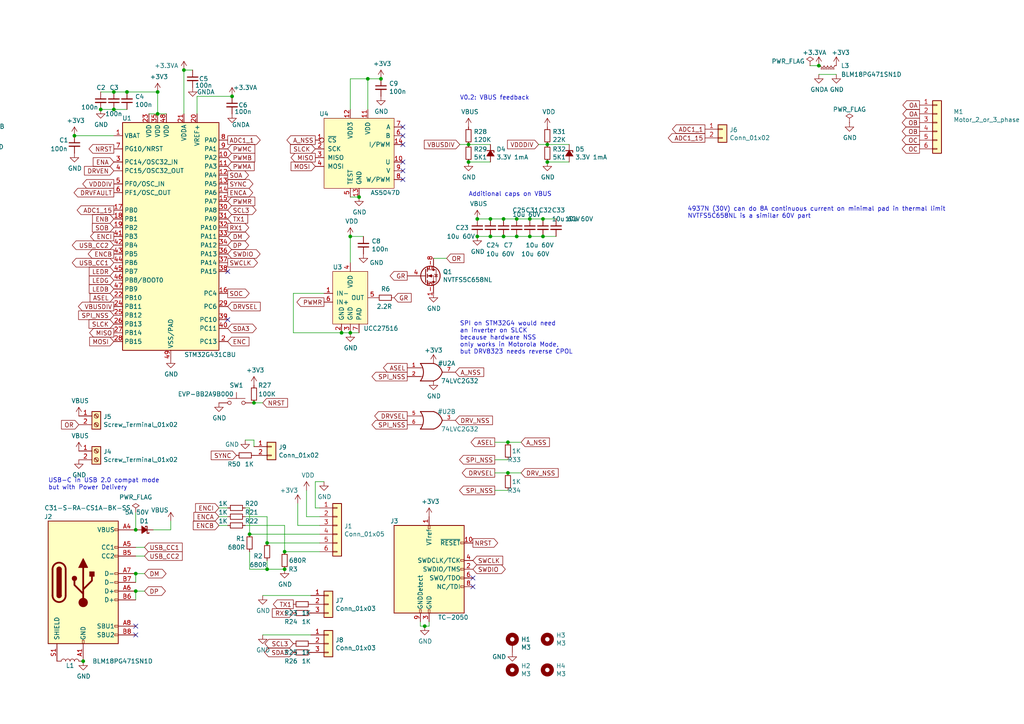
<source format=kicad_sch>
(kicad_sch (version 20211123) (generator eeschema)
  (paper "A4")
  (title_block (title "stm32-nema17-servo") (date "2019-09-16") (rev "V0.3") (company "InRobCo"))
  (junction (at 99.06 96.52))
  (junction (at 73.66 252.73))
  (junction (at 121.285 281.94))
  (junction (at 426.72 256.54))
  (junction (at 146.05 63.5))
  (junction (at 45.72 26.67))
  (junction (at 123.19 181.61))
  (junction (at 379.73 195.58))
  (junction (at 73.66 116.84))
  (junction (at 77.47 165.1))
  (junction (at 73.66 341.63))
  (junction (at 121.285 318.77))
  (junction (at 67.31 27.94))
  (junction (at 82.55 165.1))
  (junction (at 359.41 226.06))
  (junction (at 109.22 265.43))
  (junction (at 237.49 19.05))
  (junction (at 138.43 63.5))
  (junction (at 111.125 281.94))
  (junction (at 111.125 270.51))
  (junction (at 121.285 335.28))
  (junction (at 157.48 68.58))
  (junction (at 101.6 96.52))
  (junction (at 77.47 157.48))
  (junction (at 109.22 318.77))
  (junction (at 149.86 68.58))
  (junction (at 24.13 191.77))
  (junction (at 73.66 306.07))
  (junction (at 142.24 68.58))
  (junction (at 121.285 288.29))
  (junction (at 128.27 318.77))
  (junction (at 82.55 160.02))
  (junction (at 45.72 33.02))
  (junction (at 157.48 63.5))
  (junction (at 66.675 252.73))
  (junction (at 29.21 31.75))
  (junction (at 158.75 41.91))
  (junction (at 133.35 265.43))
  (junction (at 36.83 26.67))
  (junction (at 153.67 68.58))
  (junction (at 146.05 68.58))
  (junction (at 383.54 327.66))
  (junction (at 426.72 292.1))
  (junction (at 337.82 232.41))
  (junction (at 73.66 288.29))
  (junction (at 73.66 264.16))
  (junction (at 111.125 335.28))
  (junction (at 66.675 306.07))
  (junction (at 149.86 63.5))
  (junction (at 121.285 323.85))
  (junction (at 128.27 265.43))
  (junction (at 426.72 266.7))
  (junction (at 158.75 46.99))
  (junction (at 106.68 22.86))
  (junction (at 39.37 166.37))
  (junction (at 133.35 318.77))
  (junction (at 426.72 302.26))
  (junction (at 323.85 215.9))
  (junction (at 147.32 137.16))
  (junction (at 147.32 128.27))
  (junction (at 21.59 39.37))
  (junction (at 364.49 195.58))
  (junction (at 121.285 265.43))
  (junction (at 39.37 171.45))
  (junction (at 121.285 270.51))
  (junction (at 53.34 20.32))
  (junction (at 135.89 41.91))
  (junction (at 101.6 68.58))
  (junction (at 111.125 323.85))
  (junction (at 330.2 220.98))
  (junction (at 383.54 299.72))
  (junction (at 39.37 153.67))
  (junction (at 334.01 205.74))
  (junction (at 121.285 341.63))
  (junction (at 104.14 57.15))
  (junction (at 153.67 63.5))
  (junction (at 135.89 46.99))
  (junction (at 138.43 68.58))
  (junction (at 142.24 63.5))
  (junction (at 426.72 339.09))
  (junction (at 72.39 154.94))
  (junction (at 88.9 288.29))
  (junction (at 73.66 317.5))
  (junction (at 33.02 26.67))
  (junction (at 33.02 31.75))
  (junction (at 110.49 22.86))
  (junction (at 426.72 328.93))
  (junction (at 88.9 341.63))
  (junction (at 383.54 271.78))
  (no_connect (at 116.84 36.83))
  (no_connect (at 116.84 46.99))
  (no_connect (at 137.16 170.18))
  (no_connect (at 39.37 184.15))
  (no_connect (at 73.66 270.51))
  (no_connect (at 73.66 323.85))
  (no_connect (at 116.84 49.53))
  (no_connect (at 66.04 78.74))
  (no_connect (at 116.84 52.07))
  (no_connect (at 39.37 181.61))
  (no_connect (at 116.84 39.37))
  (no_connect (at 116.84 41.91))
  (no_connect (at 137.16 167.64))
  (no_connect (at 66.04 92.71))
  (wire (pts (xy -11.43 29.21) (xy -11.43 41.91)))
  (wire (pts (xy 143.51 137.16) (xy 147.32 137.16)))
  (wire (pts (xy 124.46 181.61) (xy 124.46 180.34)))
  (wire (pts (xy 143.51 128.27) (xy 147.32 128.27)))
  (wire (pts (xy 76.2 184.15) (xy 90.17 184.15)))
  (wire (pts (xy 153.67 68.58) (xy 157.48 68.58)))
  (wire (pts (xy 88.9 341.63) (xy 121.285 341.63)))
  (wire (pts (xy 63.5 149.86) (xy 66.04 149.86)))
  (wire (pts (xy 88.9 288.29) (xy 73.66 288.29)))
  (wire (pts (xy 342.9 210.82) (xy 334.01 210.82)))
  (wire (pts (xy 364.49 195.58) (xy 379.73 195.58)))
  (wire (pts (xy -12.7 44.45) (xy -11.43 44.45)))
  (wire (pts (xy 111.125 281.94) (xy 121.285 281.94)))
  (wire (pts (xy 91.44 147.32) (xy 92.71 147.32)))
  (wire (pts (xy 158.75 46.99) (xy 165.1 46.99)))
  (wire (pts (xy 121.285 265.43) (xy 121.285 270.51)))
  (wire (pts (xy 359.41 195.58) (xy 359.41 200.66)))
  (wire (pts (xy 121.285 328.93) (xy 121.285 335.28)))
  (wire (pts (xy -12.7 52.07) (xy -11.43 52.07)))
  (wire (pts (xy 33.02 26.67) (xy 29.21 26.67)))
  (wire (pts (xy 378.46 299.72) (xy 383.54 299.72)))
  (wire (pts (xy -12.7 29.21) (xy -11.43 29.21)))
  (wire (pts (xy 157.48 63.5) (xy 161.29 63.5)))
  (wire (pts (xy 138.43 63.5) (xy 142.24 63.5)))
  (wire (pts (xy 45.72 26.67) (xy 45.72 33.02)))
  (wire (pts (xy 73.66 127.635) (xy 73.66 129.54)))
  (wire (pts (xy 146.05 68.58) (xy 149.86 68.58)))
  (wire (pts (xy 101.6 68.58) (xy 105.41 68.58)))
  (wire (pts (xy 72.39 154.94) (xy 92.71 154.94)))
  (wire (pts (xy 104.14 335.28) (xy 111.125 335.28)))
  (wire (pts (xy 429.26 292.1) (xy 426.72 292.1)))
  (wire (pts (xy 419.1 256.54) (xy 426.72 256.54)))
  (wire (pts (xy 323.85 205.74) (xy 334.01 205.74)))
  (wire (pts (xy 149.86 63.5) (xy 153.67 63.5)))
  (wire (pts (xy 104.14 96.52) (xy 101.6 96.52)))
  (wire (pts (xy 121.285 288.29) (xy 133.35 288.29)))
  (wire (pts (xy 49.53 151.13) (xy 49.53 153.67)))
  (wire (pts (xy 337.82 234.95) (xy 342.9 234.95)))
  (wire (pts (xy 88.9 149.86) (xy 92.71 149.86)))
  (wire (pts (xy 93.98 139.7) (xy 91.44 139.7)))
  (wire (pts (xy 76.2 172.72) (xy 90.17 172.72)))
  (wire (pts (xy 86.36 152.4) (xy 92.71 152.4)))
  (wire (pts (xy 110.49 22.86) (xy 106.68 22.86)))
  (wire (pts (xy 45.72 33.02) (xy 48.26 33.02)))
  (wire (pts (xy 323.85 213.36) (xy 323.85 215.9)))
  (wire (pts (xy 104.14 57.15) (xy 101.6 57.15)))
  (wire (pts (xy 77.47 157.48) (xy 92.71 157.48)))
  (wire (pts (xy 378.46 309.88) (xy 384.81 309.88)))
  (wire (pts (xy 142.24 41.91) (xy 135.89 41.91)))
  (wire (pts (xy 77.47 149.86) (xy 77.47 157.48)))
  (wire (pts (xy 85.09 85.09) (xy 85.09 96.52)))
  (wire (pts (xy 419.1 328.93) (xy 426.72 328.93)))
  (wire (pts (xy 142.24 68.58) (xy 138.43 68.58)))
  (wire (pts (xy 143.51 142.24) (xy 147.32 142.24)))
  (wire (pts (xy 66.675 274.32) (xy 66.675 288.29)))
  (wire (pts (xy 334.01 245.11) (xy 337.82 245.11)))
  (wire (pts (xy 121.285 275.59) (xy 121.285 281.94)))
  (wire (pts (xy 39.37 148.59) (xy 39.37 153.67)))
  (wire (pts (xy 356.87 195.58) (xy 359.41 195.58)))
  (wire (pts (xy 383.54 261.62) (xy 383.54 271.78)))
  (wire (pts (xy 149.86 68.58) (xy 153.67 68.58)))
  (wire (pts (xy 133.35 41.91) (xy 135.89 41.91)))
  (wire (pts (xy 77.47 162.56) (xy 77.47 165.1)))
  (wire (pts (xy 66.675 327.66) (xy 66.675 341.63)))
  (wire (pts (xy 45.72 26.67) (xy 36.83 26.67)))
  (wire (pts (xy 104.14 318.77) (xy 109.22 318.77)))
  (wire (pts (xy 383.54 299.72) (xy 384.81 299.72)))
  (wire (pts (xy 157.48 68.58) (xy 161.29 68.58)))
  (wire (pts (xy 121.285 318.77) (xy 128.27 318.77)))
  (wire (pts (xy 111.125 323.85) (xy 121.285 323.85)))
  (wire (pts (xy 82.55 160.02) (xy 82.55 152.4)))
  (wire (pts (xy 88.9 142.24) (xy 88.9 149.86)))
  (wire (pts (xy 142.24 63.5) (xy 146.05 63.5)))
  (wire (pts (xy 104.14 270.51) (xy 111.125 270.51)))
  (wire (pts (xy 73.66 288.29) (xy 73.66 287.02)))
  (wire (pts (xy 133.35 323.85) (xy 133.35 341.63)))
  (wire (pts (xy 361.95 195.58) (xy 361.95 200.66)))
  (wire (pts (xy 73.66 314.96) (xy 73.66 317.5)))
  (wire (pts (xy 378.46 266.7) (xy 384.81 266.7)))
  (wire (pts (xy 121.285 281.94) (xy 121.285 283.21)))
  (wire (pts (xy 63.5 152.4) (xy 66.04 152.4)))
  (wire (pts (xy 128.27 318.77) (xy 133.35 318.77)))
  (wire (pts (xy 73.66 116.84) (xy 76.2 116.84)))
  (wire (pts (xy 426.72 339.09) (xy 427.99 339.09)))
  (wire (pts (xy 133.35 270.51) (xy 133.35 288.29)))
  (wire (pts (xy 109.22 317.5) (xy 109.22 318.77)))
  (wire (pts (xy 111.125 270.51) (xy 121.285 270.51)))
  (wire (pts (xy 88.9 288.29) (xy 121.285 288.29)))
  (wire (pts (xy 121.92 181.61) (xy 123.19 181.61)))
  (wire (pts (xy 330.2 220.98) (xy 342.9 220.98)))
  (wire (pts (xy 334.01 203.2) (xy 334.01 205.74)))
  (wire (pts (xy 93.98 85.09) (xy 85.09 85.09)))
  (wire (pts (xy 104.14 265.43) (xy 109.22 265.43)))
  (wire (pts (xy 143.51 133.35) (xy 147.32 133.35)))
  (wire (pts (xy 101.6 22.86) (xy 106.68 22.86)))
  (wire (pts (xy 104.14 281.94) (xy 111.125 281.94)))
  (wire (pts (xy 36.83 26.67) (xy 33.02 26.67)))
  (wire (pts (xy 334.01 210.82) (xy 334.01 205.74)))
  (wire (pts (xy -12.7 52.07) (xy -12.7 59.69)))
  (wire (pts (xy 135.89 46.99) (xy 142.24 46.99)))
  (wire (pts (xy 73.66 261.62) (xy 73.66 264.16)))
  (wire (pts (xy 73.66 252.73) (xy 73.66 259.08)))
  (wire (pts (xy -11.43 44.45) (xy -11.43 46.99)))
  (wire (pts (xy 323.85 205.74) (xy 323.85 208.28)))
  (wire (pts (xy 109.22 265.43) (xy 113.665 265.43)))
  (wire (pts (xy 121.92 180.34) (xy 121.92 181.61)))
  (wire (pts (xy 153.67 63.5) (xy 157.48 63.5)))
  (wire (pts (xy 378.46 304.8) (xy 384.81 304.8)))
  (wire (pts (xy 53.34 20.32) (xy 53.34 33.02)))
  (wire (pts (xy 147.32 137.16) (xy 151.13 137.16)))
  (wire (pts (xy 66.675 288.29) (xy 73.66 288.29)))
  (wire (pts (xy 39.37 161.29) (xy 41.91 161.29)))
  (wire (pts (xy 383.54 289.56) (xy 383.54 299.72)))
  (wire (pts (xy 383.54 327.66) (xy 384.81 327.66)))
  (wire (pts (xy 378.46 281.94) (xy 384.81 281.94)))
  (wire (pts (xy 419.1 292.1) (xy 426.72 292.1)))
  (wire (pts (xy 111.125 335.28) (xy 121.285 335.28)))
  (wire (pts (xy 142.24 68.58) (xy 146.05 68.58)))
  (wire (pts (xy 49.53 153.67) (xy 44.45 153.67)))
  (wire (pts (xy 104.14 323.85) (xy 111.125 323.85)))
  (wire (pts (xy 104.14 259.08) (xy 109.22 259.08)))
  (wire (pts (xy 45.72 33.02) (xy 43.18 33.02)))
  (wire (pts (xy 121.285 341.63) (xy 133.35 341.63)))
  (wire (pts (xy 147.32 128.27) (xy 151.13 128.27)))
  (wire (pts (xy 71.12 149.86) (xy 77.47 149.86)))
  (wire (pts (xy 21.59 39.37) (xy 33.02 39.37)))
  (wire (pts (xy 337.82 232.41) (xy 337.82 234.95)))
  (wire (pts (xy 378.46 332.74) (xy 384.81 332.74)))
  (wire (pts (xy 72.39 147.32) (xy 72.39 154.94)))
  (wire (pts (xy 109.22 264.16) (xy 109.22 265.43)))
  (wire (pts (xy 73.66 252.73) (xy 88.9 252.73)))
  (wire (pts (xy 66.675 322.58) (xy 66.675 306.07)))
  (wire (pts (xy 426.72 328.93) (xy 429.26 328.93)))
  (wire (pts (xy 63.5 147.32) (xy 66.04 147.32)))
  (wire (pts (xy 129.54 74.93) (xy 125.73 74.93)))
  (wire (pts (xy 378.46 271.78) (xy 383.54 271.78)))
  (wire (pts (xy 77.47 165.1) (xy 82.55 165.1)))
  (wire (pts (xy 88.9 341.63) (xy 73.66 341.63)))
  (wire (pts (xy 121.285 335.28) (xy 121.285 336.55)))
  (wire (pts (xy -22.86 44.45) (xy -17.78 44.45)))
  (wire (pts (xy 378.46 276.86) (xy 384.81 276.86)))
  (wire (pts (xy 39.37 166.37) (xy 39.37 168.91)))
  (wire (pts (xy 72.39 160.02) (xy 72.39 165.1)))
  (wire (pts (xy 109.22 318.77) (xy 113.665 318.77)))
  (wire (pts (xy 111.125 275.59) (xy 111.125 281.94)))
  (wire (pts (xy 378.46 322.58) (xy 384.81 322.58)))
  (wire (pts (xy 323.85 215.9) (xy 337.82 215.9)))
  (wire (pts (xy -22.86 59.69) (xy -17.78 59.69)))
  (wire (pts (xy 165.1 41.91) (xy 158.75 41.91)))
  (wire (pts (xy 71.12 147.32) (xy 72.39 147.32)))
  (wire (pts (xy 359.41 226.06) (xy 361.95 226.06)))
  (wire (pts (xy 72.39 165.1) (xy 77.47 165.1)))
  (wire (pts (xy 383.54 271.78) (xy 384.81 271.78)))
  (wire (pts (xy 99.06 96.52) (xy 101.6 96.52)))
  (wire (pts (xy 121.285 265.43) (xy 128.27 265.43)))
  (wire (pts (xy 66.675 269.24) (xy 66.675 252.73)))
  (wire (pts (xy 71.12 152.4) (xy 82.55 152.4)))
  (wire (pts (xy 237.49 21.59) (xy 242.57 21.59)))
  (wire (pts (xy 91.44 139.7) (xy 91.44 147.32)))
  (wire (pts (xy 121.285 318.77) (xy 121.285 323.85)))
  (wire (pts (xy 384.81 191.135) (xy 384.81 195.58)))
  (wire (pts (xy 426.72 302.26) (xy 427.99 302.26)))
  (wire (pts (xy 334.01 232.41) (xy 337.82 232.41)))
  (wire (pts (xy 57.15 27.94) (xy 57.15 33.02)))
  (wire (pts (xy 67.31 27.94) (xy 57.15 27.94)))
  (wire (pts (xy 383.54 317.5) (xy 383.54 327.66)))
  (wire (pts (xy 378.46 337.82) (xy 384.81 337.82)))
  (wire (pts (xy 104.14 312.42) (xy 109.22 312.42)))
  (wire (pts (xy 146.05 63.5) (xy 149.86 63.5)))
  (wire (pts (xy 53.34 20.32) (xy 55.88 20.32)))
  (wire (pts (xy 39.37 158.75) (xy 41.91 158.75)))
  (wire (pts (xy 66.675 252.73) (xy 73.66 252.73)))
  (wire (pts (xy 123.19 181.61) (xy 124.46 181.61)))
  (wire (pts (xy 39.37 166.37) (xy 41.91 166.37)))
  (wire (pts (xy 73.66 306.07) (xy 73.66 312.42)))
  (wire (pts (xy 39.37 171.45) (xy 41.91 171.45)))
  (wire (pts (xy 106.68 22.86) (xy 106.68 31.75)))
  (wire (pts (xy 111.125 328.93) (xy 111.125 335.28)))
  (wire (pts (xy 101.6 31.75) (xy 101.6 22.86)))
  (wire (pts (xy 128.27 265.43) (xy 133.35 265.43)))
  (wire (pts (xy 378.46 294.64) (xy 384.81 294.64)))
  (wire (pts (xy 36.83 31.75) (xy 33.02 31.75)))
  (wire (pts (xy 101.6 68.58) (xy 101.6 76.2)))
  (wire (pts (xy 39.37 171.45) (xy 39.37 173.99)))
  (wire (pts (xy 66.675 341.63) (xy 73.66 341.63)))
  (wire (pts (xy 364.49 195.58) (xy 361.95 195.58)))
  (wire (pts (xy 427.99 266.7) (xy 426.72 266.7)))
  (wire (pts (xy -22.86 29.21) (xy -17.78 29.21)))
  (wire (pts (xy 86.36 146.05) (xy 86.36 152.4)))
  (wire (pts (xy 73.66 341.63) (xy 73.66 340.36)))
  (wire (pts (xy 29.21 31.75) (xy 33.02 31.75)))
  (wire (pts (xy 429.26 256.54) (xy 426.72 256.54)))
  (wire (pts (xy 234.95 19.05) (xy 237.49 19.05)))
  (wire (pts (xy 85.09 96.52) (xy 99.06 96.52)))
  (wire (pts (xy 82.55 160.02) (xy 92.71 160.02)))
  (wire (pts (xy 156.21 41.91) (xy 158.75 41.91)))
  (wire (pts (xy 71.12 127.635) (xy 73.66 127.635)))
  (wire (pts (xy 378.46 327.66) (xy 383.54 327.66)))
  (wire (pts (xy 73.66 306.07) (xy 88.9 306.07)))
  (wire (pts (xy 66.675 306.07) (xy 73.66 306.07)))
  (wire (pts (xy 334.01 205.74) (xy 342.9 205.74)))
  (text "3.3V output" (at 81.915 243.84 0) (effects (font (size 1.27 1.27)) (justify left bottom)))
  (text "Additional caps on VBUS" (at 135.89 57.15 0) (effects (font (size 1.27 1.27)) (justify left bottom)))
  (text "4937N (30V) can do 8A continuous current on minimal pad in thermal limit\nNVTFS5C658NL is a similar 60V part" (at 199.39 63.5 0) (effects (font (size 1.27 1.27)) (justify left bottom)))
  (text "12V output" (at 80.01 301.625 0) (effects (font (size 1.27 1.27)) (justify left bottom)))
  (text "3V3 loads\nSTM32G4\nAS5047\nTMC6200 IO\nUART" (at 69.85 236.22 0) (effects (font (size 1.27 1.27)) (justify left bottom)))
  (text "V0.2: VBUS feedback" (at 133.35 29.21 0) (effects (font (size 1.27 1.27)) (justify left bottom)))
  (text "SPI on STM32G4 would need \nan inverter on SLCK\nbecause hardware NSS \nonly works in Motorola Mode,\nbut DRV8323 needs reverse CPOL" (at 133.35 102.87 0) (effects (font (size 1.27 1.27)) (justify left bottom)))
  (text "VDD can be 5V to 12V" (at -27.94 21.59 0) (effects (font (size 1.27 1.27)) (justify left bottom)))
  (text "USB-C in USB 2.0 compat mode\nbut with Power Delivery" (at 13.97 142.24 0) (effects (font (size 1.27 1.27)) (justify left bottom)))
  (global_label "DRVSEL" (shape input) (at 66.04 88.9 0) (property "Intersheet References" "${INTERSHEET_REFS}" (effects hide)))
  (global_label "GLC" (shape input) (at 389.89 332.74 0) (property "Intersheet References" "${INTERSHEET_REFS}" (effects hide)))
  (global_label "SHB" (shape output) (at 419.1 292.1 180) (property "Intersheet References" "${INTERSHEET_REFS}" (effects hide)))
  (global_label "GHA" (shape output) (at 419.1 251.46 180) (property "Intersheet References" "${INTERSHEET_REFS}" (effects hide)))
  (global_label "ENCI" (shape input) (at 63.5 147.32 180) (property "Intersheet References" "${INTERSHEET_REFS}" (effects hide)))
  (global_label "SOB" (shape output) (at 342.9 304.8 180) (property "Intersheet References" "${INTERSHEET_REFS}" (effects hide)))
  (global_label "GHC" (shape input) (at 389.89 322.58 0) (property "Intersheet References" "${INTERSHEET_REFS}" (effects hide)))
  (global_label "OC" (shape output) (at 266.7 40.64 180) (property "Intersheet References" "${INTERSHEET_REFS}" (effects hide)))
  (global_label "OC" (shape input) (at 434.34 328.93 0) (property "Intersheet References" "${INTERSHEET_REFS}" (effects hide)))
  (global_label "ENC" (shape input) (at 66.04 99.06 0) (property "Intersheet References" "${INTERSHEET_REFS}" (effects hide)))
  (global_label "DM" (shape bidirectional) (at 66.04 68.58 0) (property "Intersheet References" "${INTERSHEET_REFS}" (effects hide)))
  (global_label "ASEL" (shape output) (at 118.11 106.68 180) (property "Intersheet References" "${INTERSHEET_REFS}" (effects hide)))
  (global_label "GHB" (shape input) (at 389.89 294.64 0) (property "Intersheet References" "${INTERSHEET_REFS}" (effects hide)))
  (global_label "SDA3" (shape bidirectional) (at 66.04 95.25 0) (property "Intersheet References" "${INTERSHEET_REFS}" (effects hide)))
  (global_label "USB_CC2" (shape bidirectional) (at 33.02 71.12 180) (property "Intersheet References" "${INTERSHEET_REFS}" (effects hide)))
  (global_label "SPI_NSS" (shape output) (at 143.51 142.24 180) (property "Intersheet References" "${INTERSHEET_REFS}" (effects hide)))
  (global_label "OB" (shape output) (at 266.7 38.1 180) (property "Intersheet References" "${INTERSHEET_REFS}" (effects hide)))
  (global_label "SPI_NSS" (shape input) (at 33.02 91.44 180) (property "Intersheet References" "${INTERSHEET_REFS}" (effects hide)))
  (global_label "LEDB" (shape input) (at 33.02 83.82 180) (property "Intersheet References" "${INTERSHEET_REFS}" (effects hide)))
  (global_label "SYNC" (shape output) (at 66.04 53.34 0) (property "Intersheet References" "${INTERSHEET_REFS}" (effects hide)))
  (global_label "GLC" (shape output) (at 419.1 334.01 180) (property "Intersheet References" "${INTERSHEET_REFS}" (effects hide)))
  (global_label "SLCK" (shape input) (at 33.02 93.98 180) (property "Intersheet References" "${INTERSHEET_REFS}" (effects hide)))
  (global_label "GHB" (shape output) (at 419.1 287.02 180) (property "Intersheet References" "${INTERSHEET_REFS}" (effects hide)))
  (global_label "NRST" (shape output) (at 33.02 43.18 180) (property "Intersheet References" "${INTERSHEET_REFS}" (effects hide)))
  (global_label "DRVSEL" (shape output) (at 143.51 137.16 180) (property "Intersheet References" "${INTERSHEET_REFS}" (effects hide)))
  (global_label "ENA" (shape input) (at 33.02 46.99 180) (property "Intersheet References" "${INTERSHEET_REFS}" (effects hide)))
  (global_label "ADC1_15" (shape output) (at 204.47 40.005 180) (property "Intersheet References" "${INTERSHEET_REFS}" (effects hide)))
  (global_label "SWCLK" (shape input) (at 137.16 162.56 0) (property "Intersheet References" "${INTERSHEET_REFS}" (effects hide)))
  (global_label "GLB" (shape input) (at 389.89 304.8 0) (property "Intersheet References" "${INTERSHEET_REFS}" (effects hide)))
  (global_label "VDDDIV" (shape output) (at 33.02 53.34 180) (property "Intersheet References" "${INTERSHEET_REFS}" (effects hide)))
  (global_label "PWMR" (shape input) (at 66.04 58.42 0) (property "Intersheet References" "${INTERSHEET_REFS}" (effects hide)))
  (global_label "PWMA" (shape input) (at 66.04 48.26 0) (property "Intersheet References" "${INTERSHEET_REFS}" (effects hide)))
  (global_label "SWCLK" (shape output) (at 66.04 76.2 0) (property "Intersheet References" "${INTERSHEET_REFS}" (effects hide)))
  (global_label "MISO" (shape output) (at 342.9 255.27 180) (property "Intersheet References" "${INTERSHEET_REFS}" (effects hide)))
  (global_label "LEDB" (shape input) (at -35.56 64.77 180) (property "Intersheet References" "${INTERSHEET_REFS}" (effects hide)))
  (global_label "NRST" (shape input) (at 76.2 116.84 0) (property "Intersheet References" "${INTERSHEET_REFS}" (effects hide)))
  (global_label "ASEL" (shape output) (at 143.51 128.27 180) (property "Intersheet References" "${INTERSHEET_REFS}" (effects hide)))
  (global_label "VBUSDIV" (shape output) (at 33.02 88.9 180) (property "Intersheet References" "${INTERSHEET_REFS}" (effects hide)))
  (global_label "DRV_NSS" (shape input) (at 342.9 247.65 180) (property "Intersheet References" "${INTERSHEET_REFS}" (effects hide)))
  (global_label "ENC" (shape input) (at 342.9 327.66 180) (property "Intersheet References" "${INTERSHEET_REFS}" (effects hide)))
  (global_label "A_NSS" (shape input) (at 151.13 128.27 0) (property "Intersheet References" "${INTERSHEET_REFS}" (effects hide)))
  (global_label "PWMB" (shape input) (at 342.9 294.64 180) (property "Intersheet References" "${INTERSHEET_REFS}" (effects hide)))
  (global_label "DRVSEL" (shape output) (at 118.11 120.65 180) (property "Intersheet References" "${INTERSHEET_REFS}" (effects hide)))
  (global_label "TX1" (shape input) (at 66.04 63.5 0) (property "Intersheet References" "${INTERSHEET_REFS}" (effects hide)))
  (global_label "USB_CC1" (shape input) (at 41.91 158.75 0) (property "Intersheet References" "${INTERSHEET_REFS}" (effects hide)))
  (global_label "PWMC" (shape input) (at 342.9 322.58 180) (property "Intersheet References" "${INTERSHEET_REFS}" (effects hide)))
  (global_label "PWMR" (shape output) (at 93.98 87.63 180) (property "Intersheet References" "${INTERSHEET_REFS}" (effects hide)))
  (global_label "OC" (shape output) (at 266.7 43.18 180) (property "Intersheet References" "${INTERSHEET_REFS}" (effects hide)))
  (global_label "SHA" (shape output) (at 419.1 256.54 180) (property "Intersheet References" "${INTERSHEET_REFS}" (effects hide)))
  (global_label "VDDDIV" (shape input) (at 156.21 41.91 180) (property "Intersheet References" "${INTERSHEET_REFS}" (effects hide)))
  (global_label "DP" (shape bidirectional) (at 66.04 71.12 0) (property "Intersheet References" "${INTERSHEET_REFS}" (effects hide)))
  (global_label "SPI_NSS" (shape output) (at 118.11 109.22 180) (property "Intersheet References" "${INTERSHEET_REFS}" (effects hide)))
  (global_label "OR" (shape input) (at 129.54 74.93 0) (property "Intersheet References" "${INTERSHEET_REFS}" (effects hide)))
  (global_label "GHA" (shape input) (at 389.89 266.7 0) (property "Intersheet References" "${INTERSHEET_REFS}" (effects hide)))
  (global_label "SOB" (shape input) (at 33.02 66.04 180) (property "Intersheet References" "${INTERSHEET_REFS}" (effects hide)))
  (global_label "SOA" (shape output) (at 66.04 50.8 0) (property "Intersheet References" "${INTERSHEET_REFS}" (effects hide)))
  (global_label "DRVEN" (shape input) (at 33.02 49.53 180) (property "Intersheet References" "${INTERSHEET_REFS}" (effects hide)))
  (global_label "ENA" (shape input) (at 342.9 271.78 180) (property "Intersheet References" "${INTERSHEET_REFS}" (effects hide)))
  (global_label "PWMA" (shape input) (at 342.9 266.7 180) (property "Intersheet References" "${INTERSHEET_REFS}" (effects hide)))
  (global_label "DRV_NSS" (shape input) (at 132.08 121.92 0) (property "Intersheet References" "${INTERSHEET_REFS}" (effects hide)))
  (global_label "SLCK" (shape input) (at 91.44 43.18 180) (property "Intersheet References" "${INTERSHEET_REFS}" (effects hide)))
  (global_label "OB" (shape input) (at 389.89 309.88 0) (property "Intersheet References" "${INTERSHEET_REFS}" (effects hide)))
  (global_label "GLB" (shape output) (at 419.1 297.18 180) (property "Intersheet References" "${INTERSHEET_REFS}" (effects hide)))
  (global_label "GHC" (shape output) (at 419.1 323.85 180) (property "Intersheet References" "${INTERSHEET_REFS}" (effects hide)))
  (global_label "LEDR" (shape input) (at 33.02 78.74 180) (property "Intersheet References" "${INTERSHEET_REFS}" (effects hide)))
  (global_label "SOC" (shape output) (at 66.04 85.09 0) (property "Intersheet References" "${INTERSHEET_REFS}" (effects hide)))
  (global_label "ASEL" (shape input) (at 33.02 86.36 180) (property "Intersheet References" "${INTERSHEET_REFS}" (effects hide)))
  (global_label "OA" (shape output) (at 266.7 30.48 180) (property "Intersheet References" "${INTERSHEET_REFS}" (effects hide)))
  (global_label "ENB" (shape input) (at 342.9 299.72 180) (property "Intersheet References" "${INTERSHEET_REFS}" (effects hide)))
  (global_label "GLA" (shape output) (at 419.1 261.62 180) (property "Intersheet References" "${INTERSHEET_REFS}" (effects hide)))
  (global_label "LEDG" (shape input) (at 33.02 81.28 180) (property "Intersheet References" "${INTERSHEET_REFS}" (effects hide)))
  (global_label "A_NSS" (shape input) (at 132.08 107.95 0) (property "Intersheet References" "${INTERSHEET_REFS}" (effects hide)))
  (global_label "SHC" (shape output) (at 419.1 328.93 180) (property "Intersheet References" "${INTERSHEET_REFS}" (effects hide)))
  (global_label "MISO" (shape output) (at 91.44 45.72 180) (property "Intersheet References" "${INTERSHEET_REFS}" (effects hide)))
  (global_label "RX1" (shape output) (at 66.04 66.04 0) (property "Intersheet References" "${INTERSHEET_REFS}" (effects hide)))
  (global_label "NRST" (shape output) (at 137.16 157.48 0) (property "Intersheet References" "${INTERSHEET_REFS}" (effects hide)))
  (global_label "ENB" (shape input) (at 33.02 63.5 180) (property "Intersheet References" "${INTERSHEET_REFS}" (effects hide)))
  (global_label "SOA" (shape output) (at 342.9 276.86 180) (property "Intersheet References" "${INTERSHEET_REFS}" (effects hide)))
  (global_label "SYNC" (shape input) (at 68.58 132.08 180) (property "Intersheet References" "${INTERSHEET_REFS}" (effects hide)))
  (global_label "A_NSS" (shape output) (at 91.44 40.64 180) (property "Intersheet References" "${INTERSHEET_REFS}" (effects hide)))
  (global_label "SHC" (shape input) (at 389.89 327.66 0) (property "Intersheet References" "${INTERSHEET_REFS}" (effects hide)))
  (global_label "SOC" (shape output) (at 342.9 332.74 180) (property "Intersheet References" "${INTERSHEET_REFS}" (effects hide)))
  (global_label "DRV_NSS" (shape input) (at 151.13 137.16 0) (property "Intersheet References" "${INTERSHEET_REFS}" (effects hide)))
  (global_label "OA" (shape input) (at 389.89 281.94 0) (property "Intersheet References" "${INTERSHEET_REFS}" (effects hide)))
  (global_label "MOSI" (shape input) (at 91.44 48.26 180) (property "Intersheet References" "${INTERSHEET_REFS}" (effects hide)))
  (global_label "USB_CC2" (shape input) (at 41.91 161.29 0) (property "Intersheet References" "${INTERSHEET_REFS}" (effects hide)))
  (global_label "USB_CC1" (shape bidirectional) (at 33.02 76.2 180) (property "Intersheet References" "${INTERSHEET_REFS}" (effects hide)))
  (global_label "DRVFAULT" (shape output) (at 33.02 55.88 180) (property "Intersheet References" "${INTERSHEET_REFS}" (effects hide)))
  (global_label "LEDG" (shape input) (at -35.56 49.53 180) (property "Intersheet References" "${INTERSHEET_REFS}" (effects hide)))
  (global_label "ENCI" (shape output) (at 33.02 68.58 180) (property "Intersheet References" "${INTERSHEET_REFS}" (effects hide)))
  (global_label "GR" (shape output) (at 118.11 80.01 180) (property "Intersheet References" "${INTERSHEET_REFS}" (effects hide)))
  (global_label "DM" (shape bidirectional) (at 41.91 166.37 0) (property "Intersheet References" "${INTERSHEET_REFS}" (effects hide)))
  (global_label "SWDIO" (shape bidirectional) (at 66.04 73.66 0) (property "Intersheet References" "${INTERSHEET_REFS}" (effects hide)))
  (global_label "SHB" (shape input) (at 389.89 299.72 0) (property "Intersheet References" "${INTERSHEET_REFS}" (effects hide)))
  (global_label "GLA" (shape input) (at 389.89 276.86 0) (property "Intersheet References" "${INTERSHEET_REFS}" (effects hide)))
  (global_label "SPI_NSS" (shape output) (at 143.51 133.35 180) (property "Intersheet References" "${INTERSHEET_REFS}" (effects hide)))
  (global_label "OR" (shape input) (at 22.86 123.19 180) (property "Intersheet References" "${INTERSHEET_REFS}" (effects hide)))
  (global_label "PWMB" (shape input) (at 66.04 45.72 0) (property "Intersheet References" "${INTERSHEET_REFS}" (effects hide)))
  (global_label "OC" (shape input) (at 389.89 337.82 0) (property "Intersheet References" "${INTERSHEET_REFS}" (effects hide)))
  (global_label "SHA" (shape input) (at 389.89 271.78 0) (property "Intersheet References" "${INTERSHEET_REFS}" (effects hide)))
  (global_label "ADC1_15" (shape output) (at 33.02 60.96 180) (property "Intersheet References" "${INTERSHEET_REFS}" (effects hide)))
  (global_label "DRVEN" (shape input) (at 342.9 240.03 180) (property "Intersheet References" "${INTERSHEET_REFS}" (effects hide)))
  (global_label "ENCA" (shape output) (at 66.04 55.88 0) (property "Intersheet References" "${INTERSHEET_REFS}" (effects hide)))
  (global_label "OA" (shape input) (at 434.34 256.54 0) (property "Intersheet References" "${INTERSHEET_REFS}" (effects hide)))
  (global_label "DRVFAULT" (shape input) (at 342.9 237.49 180) (property "Intersheet References" "${INTERSHEET_REFS}" (effects hide)))
  (global_label "ADC1_1" (shape output) (at 204.47 37.465 180) (property "Intersheet References" "${INTERSHEET_REFS}" (effects hide)))
  (global_label "RX1" (shape input) (at 85.09 177.8 180) (property "Intersheet References" "${INTERSHEET_REFS}" (effects hide)))
  (global_label "MOSI" (shape input) (at 33.02 99.06 180) (property "Intersheet References" "${INTERSHEET_REFS}" (effects hide)))
  (global_label "OA" (shape output) (at 266.7 33.02 180) (property "Intersheet References" "${INTERSHEET_REFS}" (effects hide)))
  (global_label "OB" (shape input) (at 434.34 292.1 0) (property "Intersheet References" "${INTERSHEET_REFS}" (effects hide)))
  (global_label "DP" (shape bidirectional) (at 41.91 171.45 0) (property "Intersheet References" "${INTERSHEET_REFS}" (effects hide)))
  (global_label "SLCK" (shape input) (at 342.9 250.19 180) (property "Intersheet References" "${INTERSHEET_REFS}" (effects hide)))
  (global_label "VBUSDIV" (shape input) (at 133.35 41.91 180) (property "Intersheet References" "${INTERSHEET_REFS}" (effects hide)))
  (global_label "ENCB" (shape input) (at 63.5 152.4 180) (property "Intersheet References" "${INTERSHEET_REFS}" (effects hide)))
  (global_label "GR" (shape input) (at 114.3 86.36 0) (property "Intersheet References" "${INTERSHEET_REFS}" (effects hide)))
  (global_label "SPI_NSS" (shape output) (at 118.11 123.19 180) (property "Intersheet References" "${INTERSHEET_REFS}" (effects hide)))
  (global_label "SDA3" (shape bidirectional) (at 85.09 189.23 180) (property "Intersheet References" "${INTERSHEET_REFS}" (effects hide)))
  (global_label "OB" (shape output) (at 266.7 35.56 180) (property "Intersheet References" "${INTERSHEET_REFS}" (effects hide)))
  (global_label "PWMC" (shape input) (at 66.04 43.18 0) (property "Intersheet References" "${INTERSHEET_REFS}" (effects hide)))
  (global_label "ENCB" (shape output) (at 33.02 73.66 180) (property "Intersheet References" "${INTERSHEET_REFS}" (effects hide)))
  (global_label "LEDR" (shape input) (at -35.56 34.29 180) (property "Intersheet References" "${INTERSHEET_REFS}" (effects hide)))
  (global_label "ENCA" (shape input) (at 63.5 149.86 180) (property "Intersheet References" "${INTERSHEET_REFS}" (effects hide)))
  (global_label "SWDIO" (shape bidirectional) (at 137.16 165.1 0) (property "Intersheet References" "${INTERSHEET_REFS}" (effects hide)))
  (global_label "ADC1_1" (shape output) (at 66.04 40.64 0) (property "Intersheet References" "${INTERSHEET_REFS}" (effects hide)))
  (global_label "MISO" (shape output) (at 33.02 96.52 180) (property "Intersheet References" "${INTERSHEET_REFS}" (effects hide)))
  (global_label "MOSI" (shape input) (at 342.9 252.73 180) (property "Intersheet References" "${INTERSHEET_REFS}" (effects hide)))
  (global_label "TX1" (shape output) (at 85.09 175.26 180) (property "Intersheet References" "${INTERSHEET_REFS}" (effects hide)))
  (global_label "SCL3" (shape bidirectional) (at 66.04 60.96 0) (property "Intersheet References" "${INTERSHEET_REFS}" (effects hide)))
  (global_label "SCL3" (shape bidirectional) (at 85.09 186.69 180) (property "Intersheet References" "${INTERSHEET_REFS}" (effects hide)))
  (symbol (lib_id "stm32-nema17:AS5047D") (at 104.14 44.45 0) (unit 1)
    (property "Reference" "U4" (at 93.98 33.02 0))
    (property "Value" "AS5047D" (at 111.76 55.88 0))
    (property "Footprint" "stm32-nema17:TSSOP-14_4.4x5mm_P0.65mm-inlaid" (effects hide))
    (property "Datasheet" "https://ams.com/documents/20143/36005/AS5047D_DS000394_2-00.pdf/c7225c06-112f-82c5-4471-17a2711a7f0e" (effects hide))
    (property "MPN" "AS5047D" (effects hide))
  )
  (symbol (lib_id "Device:C_Small") (at 110.49 25.4 0) (unit 1)
    (property "Reference" "C9" (at 112.8268 24.2316 0) (effects (justify left)))
    (property "Value" "100n" (at 112.8268 26.543 0) (effects (justify left)))
    (property "Footprint" "Capacitor_SMD:C_0402_1005Metric" (effects hide))
    (property "MPN" "CC0402KRX5R8BB104" (effects hide))
  )
  (symbol (lib_id "Device:C_Small") (at 29.21 29.21 0) (unit 1)
    (property "Reference" "C2" (at 27.94 25.4 0) (effects (justify left)))
    (property "Value" "100n" (at 23.495 31.115 0) (effects (justify left)))
    (property "Footprint" "Capacitor_SMD:C_0402_1005Metric" (effects hide))
    (property "MPN" "CC0402KRX5R8BB104" (effects hide))
  )
  (symbol (lib_id "Device:C_Small") (at 55.88 22.86 0) (unit 1)
    (property "Reference" "C5" (at 59.055 22.86 0))
    (property "Value" "100n" (at 59.055 24.765 0))
    (property "Footprint" "Capacitor_SMD:C_0402_1005Metric" (effects hide))
    (property "MPN" "CC0402KRX5R8BB104" (effects hide))
  )
  (symbol (lib_id "power:GND") (at 104.14 57.15 0) (unit 1)
    (property "Reference" "#PWR029" (effects hide))
    (property "Value" "GND" (at 104.267 61.5442 0))
  )
  (symbol (lib_id "power:GND") (at 242.57 21.59 0) (unit 1)
    (property "Reference" "#PWR054" (effects hide))
    (property "Value" "GND" (at 242.697 25.9842 0))
  )
  (symbol (lib_id "power:GNDA") (at 237.49 21.59 0) (unit 1)
    (property "Reference" "#PWR051" (effects hide))
    (property "Value" "GNDA" (at 237.617 25.9842 0))
  )
  (symbol (lib_id "power:GNDA") (at 55.88 25.4 0) (unit 1)
    (property "Reference" "#PWR012" (effects hide))
    (property "Value" "GNDA" (at 59.69 26.67 0))
  )
  (symbol (lib_id "power:GND") (at 110.49 27.94 0) (unit 1)
    (property "Reference" "#PWR031" (effects hide))
    (property "Value" "GND" (at 110.617 32.3342 0))
  )
  (symbol (lib_id "power:+3.3V") (at 110.49 22.86 0) (unit 1)
    (property "Reference" "#PWR030" (effects hide))
    (property "Value" "+3.3V" (at 110.871 18.4658 0))
  )
  (symbol (lib_id "power:+3.3VA") (at 53.34 20.32 0) (unit 1)
    (property "Reference" "#PWR010" (effects hide))
    (property "Value" "+3.3VA" (at 48.26 19.05 0))
  )
  (symbol (lib_id "power:+3.3VA") (at 237.49 19.05 0) (unit 1)
    (property "Reference" "#PWR050" (effects hide))
    (property "Value" "+3.3VA" (at 236.22 15.24 0))
  )
  (symbol (lib_id "power:+3.3V") (at 242.57 19.05 0) (unit 1)
    (property "Reference" "#PWR053" (effects hide))
    (property "Value" "+3.3V" (at 243.84 15.24 0))
  )
  (symbol (lib_id "Connector:USB_C_Receptacle_USB2.0") (at 24.13 168.91 0) (unit 1)
    (property "Reference" "J2" (at 13.97 149.86 0))
    (property "Value" "C31-S-RA-CS1A-BK-SS" (at 25.4 147.32 0))
    (property "Footprint" "stm32-nema17:USB_C_Receptacle_Adam_C31-S-RA-CS1X-BK" (effects hide))
    (property "Datasheet" "https://www.usb.org/sites/default/files/documents/usb_type-c.zip" (effects hide))
    (property "MPN" "C31-S-RA-CS1A-BK-SS;C31-S-RA-CS1E-BK-SS" (effects hide))
  )
  (symbol (lib_id "Connector:Conn_ARM_JTAG_SWD_10") (at 124.46 165.1 0) (unit 1)
    (property "Reference" "J3" (at 115.57 151.13 0) (effects (justify right)))
    (property "Value" "TC-2050" (at 135.89 179.07 0) (effects (justify right)))
    (property "Footprint" "Connector:Tag-Connect_TC2050-IDC-NL_2x05_P1.27mm_Vertical" (effects hide))
    (property "Datasheet" "http://infocenter.arm.com/help/topic/com.arm.doc.ddi0314h/DDI0314H_coresight_components_trm.pdf" (effects hide))
  )
  (symbol (lib_id "Device:L_Core_Ferrite_Small") (at 240.03 19.05 270) (unit 1)
    (property "Reference" "L3" (at 245.11 19.05 90))
    (property "Value" "BLM18PG471SN1D" (at 252.73 21.59 90))
    (property "Footprint" "Inductor_SMD:L_0603_1608Metric" (effects hide))
    (property "MPN" "BLM18PG471SN1D" (effects hide))
  )
  (symbol (lib_id "Device:R_Small") (at 431.8 256.54 90) (unit 1)
    (property "Reference" "R9" (at 430.53 255.27 90) (effects (justify left)))
    (property "Value" "5m" (at 435.61 257.81 90) (effects (justify left)))
    (property "Footprint" "Resistor_SMD:R_1206_3216Metric" (effects hide))
    (property "MPN" "PA1206FRF7W0R005L" (effects hide))
  )
  (symbol (lib_id "Device:R_Small") (at 431.8 292.1 90) (unit 1)
    (property "Reference" "R10" (at 431.8 290.83 90) (effects (justify left)))
    (property "Value" "5m" (at 435.61 293.37 90) (effects (justify left)))
    (property "Footprint" "Resistor_SMD:R_1206_3216Metric" (effects hide))
    (property "MPN" "PA1206FRF7W0R005L" (effects hide))
  )
  (symbol (lib_id "Device:R_Small") (at 431.8 328.93 90) (unit 1)
    (property "Reference" "R11" (at 431.8 327.66 90) (effects (justify left)))
    (property "Value" "5m" (at 435.61 330.2 90) (effects (justify left)))
    (property "Footprint" "Resistor_SMD:R_1206_3216Metric" (effects hide))
    (property "MPN" "PA1206FRF7W0R005L" (effects hide))
  )
  (symbol (lib_id "power:VBUS") (at 426.72 281.94 0) (unit 1)
    (property "Reference" "#PWR055" (effects hide))
    (property "Value" "VBUS" (at 427.101 277.5458 0))
  )
  (symbol (lib_id "power:VBUS") (at 426.72 318.77 0) (unit 1)
    (property "Reference" "#PWR056" (effects hide))
    (property "Value" "VBUS" (at 427.101 314.3758 0))
  )
  (symbol (lib_id "stm32-nema17:Q_NMOS_WDFN8") (at 424.18 251.46 0) (unit 1)
    (property "Reference" "Q2" (at 429.4124 250.2916 0) (effects (justify left)))
    (property "Value" "NVTFS5C658NL" (at 429.4124 252.603 0) (effects (justify left)))
    (property "Footprint" "stm32-nema17:WDFN8" (effects hide))
    (property "MPN" "NVTFS5C658NL;NTTFS012N10MDTAG" (effects hide))
  )
  (symbol (lib_id "stm32-nema17:Q_NMOS_WDFN8") (at 424.18 261.62 0) (unit 1)
    (property "Reference" "Q3" (at 429.4124 260.4516 0) (effects (justify left)))
    (property "Value" "NVTFS5C658NL" (at 429.4124 262.763 0) (effects (justify left)))
    (property "Footprint" "stm32-nema17:WDFN8" (effects hide))
    (property "MPN" "NVTFS5C658NL;NTTFS012N10MDTAG" (effects hide))
  )
  (symbol (lib_id "power:VBUS") (at 426.72 246.38 0) (unit 1)
    (property "Reference" "#PWR047" (effects hide))
    (property "Value" "VBUS" (at 427.101 241.9858 0))
  )
  (symbol (lib_id "stm32-nema17:Q_NMOS_WDFN8") (at 424.18 287.02 0) (unit 1)
    (property "Reference" "Q4" (at 429.4124 285.8516 0) (effects (justify left)))
    (property "Value" "NVTFS5C658NL" (at 429.4124 288.163 0) (effects (justify left)))
    (property "Footprint" "stm32-nema17:WDFN8" (effects hide))
    (property "MPN" "NVTFS5C658NL;NTTFS012N10MDTAG" (effects hide))
  )
  (symbol (lib_id "stm32-nema17:Q_NMOS_WDFN8") (at 424.18 297.18 0) (unit 1)
    (property "Reference" "Q5" (at 429.4124 296.0116 0) (effects (justify left)))
    (property "Value" "NVTFS5C658NL" (at 429.4124 298.323 0) (effects (justify left)))
    (property "Footprint" "stm32-nema17:WDFN8" (effects hide))
    (property "MPN" "NVTFS5C658NL;NTTFS012N10MDTAG" (effects hide))
  )
  (symbol (lib_id "stm32-nema17:Q_NMOS_WDFN8") (at 424.18 323.85 0) (unit 1)
    (property "Reference" "Q6" (at 429.4124 322.6816 0) (effects (justify left)))
    (property "Value" "NVTFS5C658NL" (at 429.4124 324.993 0) (effects (justify left)))
    (property "Footprint" "stm32-nema17:WDFN8" (effects hide))
    (property "MPN" "NVTFS5C658NL;NTTFS012N10MDTAG" (effects hide))
  )
  (symbol (lib_id "power:GND") (at 24.13 191.77 0) (unit 1)
    (property "Reference" "#PWR011" (effects hide))
    (property "Value" "GND" (at 24.257 196.1642 0))
  )
  (symbol (lib_id "stm32-nema17:Q_NMOS_WDFN8") (at 424.18 334.01 0) (unit 1)
    (property "Reference" "Q7" (at 429.4124 332.8416 0) (effects (justify left)))
    (property "Value" "NVTFS5C658NL" (at 429.4124 335.153 0) (effects (justify left)))
    (property "Footprint" "stm32-nema17:WDFN8" (effects hide))
    (property "MPN" "NVTFS5C658NL;NTTFS012N10MDTAG" (effects hide))
  )
  (symbol (lib_id "Device:L") (at 20.32 191.77 90) (unit 1)
    (property "Reference" "L1" (at 20.32 193.04 90))
    (property "Value" "BLM18PG471SN1D" (at 35.56 191.77 90))
    (property "Footprint" "Inductor_SMD:L_0603_1608Metric" (effects hide))
    (property "MPN" "BLM18PG471SN1D" (effects hide))
  )
  (symbol (lib_id "Connector_Generic:Conn_01x03") (at 95.25 175.26 0) (unit 1)
    (property "Reference" "J7" (at 97.282 174.1932 0) (effects (justify left)))
    (property "Value" "Conn_01x03" (at 97.282 176.5046 0) (effects (justify left)))
    (property "Footprint" "Connector_PinHeader_2.54mm:PinHeader_1x03_P2.54mm_Vertical" (effects hide))
  )
  (symbol (lib_id "power:VDD") (at -1.27 46.99 0) (unit 1)
    (property "Reference" "#PWR0105" (effects hide))
    (property "Value" "VDD" (at -0.8382 42.5958 0))
  )
  (symbol (lib_id "power:GND") (at 76.2 172.72 0) (unit 1)
    (property "Reference" "#PWR0106" (effects hide))
    (property "Value" "GND" (at 76.327 177.1142 0))
  )
  (symbol (lib_id "Connector_Generic:Conn_01x06") (at 271.78 35.56 0) (unit 1)
    (property "Reference" "M1" (at 276.5552 32.4104 0) (effects (justify left)))
    (property "Value" "Motor_2_or_3_phase" (at 276.5552 34.7218 0) (effects (justify left)))
    (property "Footprint" "Connector_PinHeader_2.54mm:PinHeader_1x06_P2.54mm_Vertical" (effects hide))
    (property "Datasheet" "http://www.infineon.com/dgdl/Application-Note-TLE8110EE_driving_UniPolarStepperMotor_V1.1.pdf?fileId=db3a30431be39b97011be5d0aa0a00b0" (effects hide))
  )
  (symbol (lib_id "Device:C_Small") (at 138.43 66.04 0) (unit 1)
    (property "Reference" "C23" (at 132.08 66.04 0) (effects (justify left)))
    (property "Value" "10u 60V" (at 129.54 68.58 0) (effects (justify left)))
    (property "Footprint" "Capacitor_SMD:C_1210_3225Metric" (effects hide))
    (property "MPN" "C3225X7R1N106K250AC;CGA6P1X7R1N106M250AC" (effects hide))
  )
  (symbol (lib_id "power:VBUS") (at 138.43 63.5 0) (unit 1)
    (property "Reference" "#PWR059" (effects hide))
    (property "Value" "VBUS" (at 138.811 59.1058 0))
  )
  (symbol (lib_id "power:GND") (at 138.43 68.58 0) (unit 1)
    (property "Reference" "#PWR060" (effects hide))
    (property "Value" "GND" (at 138.557 72.9742 0))
  )
  (symbol (lib_id "power:GND") (at 123.19 181.61 0) (unit 1)
    (property "Reference" "#PWR025" (effects hide))
    (property "Value" "GND" (at 123.317 186.0042 0))
  )
  (symbol (lib_id "Device:C_Small") (at 142.24 66.04 0) (unit 1)
    (property "Reference" "C24" (at 140.97 71.12 0) (effects (justify left)))
    (property "Value" "10u 60V" (at 140.97 73.66 0) (effects (justify left)))
    (property "Footprint" "Capacitor_SMD:C_1210_3225Metric" (effects hide))
    (property "MPN" "C3225X7R1N106K250AC;CGA6P1X7R1N106M250AC" (effects hide))
  )
  (symbol (lib_id "power:+3.3V") (at 124.46 149.86 0) (unit 1)
    (property "Reference" "#PWR028" (effects hide))
    (property "Value" "+3.3V" (at 124.841 145.4658 0))
  )
  (symbol (lib_id "Connector:Screw_Terminal_01x02") (at 27.94 130.81 0) (unit 1)
    (property "Reference" "J4" (at 29.972 131.0132 0) (effects (justify left)))
    (property "Value" "Screw_Terminal_01x02" (at 29.972 133.3246 0) (effects (justify left)))
    (property "Footprint" "TerminalBlock_Phoenix:TerminalBlock_Phoenix_PT-1,5-2-3.5-H_1x02_P3.50mm_Horizontal" (effects hide))
  )
  (symbol (lib_id "power:GND") (at 22.86 133.35 0) (unit 1)
    (property "Reference" "#PWR027" (effects hide))
    (property "Value" "GND" (at 22.987 137.7442 0))
  )
  (symbol (lib_id "power:VBUS") (at 22.86 130.81 0) (unit 1)
    (property "Reference" "#PWR026" (effects hide))
    (property "Value" "VBUS" (at 23.241 126.4158 0))
  )
  (symbol (lib_id "Switch:SW_Push") (at 68.58 116.84 0) (unit 1)
    (property "Reference" "SW1" (at 68.58 111.76 0))
    (property "Value" "EVP-BB2A9B000" (at 59.69 114.3 0))
    (property "Footprint" "stm32-nema17:SW_SPST_EVPBB" (effects hide))
    (property "MPN" "EVP-BB2A9B000" (effects hide))
  )
  (symbol (lib_id "stm32-nema17:Q_NMOS_WDFN8") (at 123.19 80.01 0) (unit 1)
    (property "Reference" "Q1" (at 128.4224 78.8416 0) (effects (justify left)))
    (property "Value" "NVTFS5C658NL" (at 128.4224 81.153 0) (effects (justify left)))
    (property "Footprint" "stm32-nema17:WDFN8" (effects hide))
    (property "MPN" "NVTFS5C658NL;NTTFS012N10MDTAG" (effects hide))
  )
  (symbol (lib_id "power:GND") (at 125.73 85.09 0) (unit 1)
    (property "Reference" "#PWR035" (effects hide))
    (property "Value" "GND" (at 125.857 89.4842 0))
  )
  (symbol (lib_id "power:GND") (at 76.2 184.15 0) (unit 1)
    (property "Reference" "#PWR0107" (effects hide))
    (property "Value" "GND" (at 76.327 188.5442 0))
  )
  (symbol (lib_id "Connector_Generic:Conn_01x03") (at 95.25 186.69 0) (unit 1)
    (property "Reference" "J8" (at 97.282 185.6232 0) (effects (justify left)))
    (property "Value" "Conn_01x03" (at 97.282 187.9346 0) (effects (justify left)))
    (property "Footprint" "Connector_PinHeader_2.54mm:PinHeader_1x03_P2.54mm_Vertical" (effects hide))
  )
  (symbol (lib_id "Connector:Screw_Terminal_01x02") (at 27.94 120.65 0) (unit 1)
    (property "Reference" "J5" (at 29.972 120.8532 0) (effects (justify left)))
    (property "Value" "Screw_Terminal_01x02" (at 29.972 123.1646 0) (effects (justify left)))
    (property "Footprint" "TerminalBlock_Phoenix:TerminalBlock_Phoenix_PT-1,5-2-3.5-H_1x02_P3.50mm_Horizontal" (effects hide))
  )
  (symbol (lib_id "power:VBUS") (at 22.86 120.65 0) (unit 1)
    (property "Reference" "#PWR034" (effects hide))
    (property "Value" "VBUS" (at 23.241 116.2558 0))
  )
  (symbol (lib_id "power:GND") (at 63.5 116.84 0) (unit 1)
    (property "Reference" "#PWR061" (effects hide))
    (property "Value" "GND" (at 63.627 121.2342 0))
  )
  (symbol (lib_id "Device:R_Small") (at 73.66 114.3 180) (unit 1)
    (property "Reference" "R27" (at 78.74 111.76 0) (effects (justify left)))
    (property "Value" "100K" (at 80.01 114.3 0) (effects (justify left)))
    (property "Footprint" "Resistor_SMD:R_0402_1005Metric" (effects hide))
    (property "MPN" "RC0402FR-07100KL" (effects hide))
  )
  (symbol (lib_id "power:+3.3V") (at 73.66 111.76 0) (unit 1)
    (property "Reference" "#PWR062" (effects hide))
    (property "Value" "+3.3V" (at 74.041 107.3658 0))
  )
  (symbol (lib_id "stm32-nema17:UCC27516") (at 101.6 86.36 0) (unit 1)
    (property "Reference" "U3" (at 96.52 77.47 0) (effects (justify left)))
    (property "Value" "UCC27516" (at 105.41 95.25 0) (effects (justify left)))
    (property "Footprint" "Package_SON:Texas_PWSON-N6" (effects hide))
    (property "MPN" "UCC27516" (effects hide))
  )
  (symbol (lib_id "power:GND") (at 101.6 96.52 0) (unit 1)
    (property "Reference" "#PWR023" (effects hide))
    (property "Value" "GND" (at 101.727 100.9142 0))
  )
  (symbol (lib_id "Device:R_Small") (at 135.89 39.37 0) (unit 1)
    (property "Reference" "R28" (at 137.3886 38.2016 0) (effects (justify left)))
    (property "Value" "120K" (at 137.3886 40.513 0) (effects (justify left)))
    (property "Footprint" "Resistor_SMD:R_0402_1005Metric" (effects hide))
    (property "MPN" "RC0402FR-07120KL" (effects hide))
  )
  (symbol (lib_id "Device:R_Small") (at 135.89 44.45 0) (unit 1)
    (property "Reference" "R29" (at 137.3886 43.2816 0) (effects (justify left)))
    (property "Value" "5K1" (at 137.3886 45.593 0) (effects (justify left)))
    (property "Footprint" "Resistor_SMD:R_0402_1005Metric" (effects hide))
    (property "MPN" "RC0402FR-075K11L" (effects hide))
  )
  (symbol (lib_id "Device:C_Small") (at 105.41 71.12 180) (unit 1)
    (property "Reference" "C8" (at 107.7468 69.9516 0) (effects (justify right)))
    (property "Value" "100n" (at 107.7468 72.263 0) (effects (justify right)))
    (property "Footprint" "Capacitor_SMD:C_0402_1005Metric" (effects hide))
    (property "MPN" "CC0402KRX5R8BB104" (effects hide))
  )
  (symbol (lib_id "power:VBUS") (at 135.89 36.83 0) (unit 1)
    (property "Reference" "#PWR063" (effects hide))
    (property "Value" "VBUS" (at 136.271 32.4358 0))
  )
  (symbol (lib_id "Device:D_Zener_Small_Filled") (at 142.24 44.45 270) (unit 1)
    (property "Reference" "D4" (at 143.9672 43.2816 90) (effects (justify left)))
    (property "Value" "3.3V 1mA" (at 143.9672 45.593 90) (effects (justify left)))
    (property "Footprint" "Diode_SMD:D_0402_1005Metric" (effects hide))
    (property "MPN" "CZRQR3V3B-HF" (effects hide))
  )
  (symbol (lib_id "power:GND") (at 105.41 73.66 0) (unit 1)
    (property "Reference" "#PWR024" (effects hide))
    (property "Value" "GND" (at 109.22 76.2 0))
  )
  (symbol (lib_id "power:GND") (at 135.89 46.99 0) (unit 1)
    (property "Reference" "#PWR064" (effects hide))
    (property "Value" "GND" (at 136.017 51.3842 0))
  )
  (symbol (lib_id "Device:R_Small") (at 87.63 175.26 90) (unit 1)
    (property "Reference" "R23" (at 86.36 177.8 90) (effects (justify left)))
    (property "Value" "1K" (at 90.17 177.8 90) (effects (justify left)))
    (property "Footprint" "Resistor_SMD:R_0402_1005Metric" (effects hide))
    (property "MPN" "RC0402FR-071KL" (effects hide))
  )
  (symbol (lib_id "Device:R_Small") (at 111.76 86.36 270) (unit 1)
    (property "Reference" "R6" (at 110.49 83.82 90) (effects (justify left)))
    (property "Value" "2.2R" (at 109.22 88.9 90) (effects (justify left)))
    (property "Footprint" "Resistor_SMD:R_0402_1005Metric" (effects hide))
    (property "MPN" "RC0402FR-072R2L" (effects hide))
  )
  (symbol (lib_id "Device:R_Small") (at 87.63 177.8 90) (unit 1)
    (property "Reference" "R24" (at 86.36 180.34 90) (effects (justify left)))
    (property "Value" "1K" (at 90.17 180.34 90) (effects (justify left)))
    (property "Footprint" "Resistor_SMD:R_0402_1005Metric" (effects hide))
    (property "MPN" "RC0402FR-071KL" (effects hide))
  )
  (symbol (lib_id "Device:R_Small") (at 87.63 186.69 90) (unit 1)
    (property "Reference" "R25" (at 86.36 189.23 90) (effects (justify left)))
    (property "Value" "1K" (at 90.17 189.23 90) (effects (justify left)))
    (property "Footprint" "Resistor_SMD:R_0402_1005Metric" (effects hide))
    (property "MPN" "RC0402FR-071KL" (effects hide))
  )
  (symbol (lib_id "Device:R_Small") (at 87.63 189.23 90) (unit 1)
    (property "Reference" "R26" (at 86.36 191.77 90) (effects (justify left)))
    (property "Value" "1K" (at 90.17 191.77 90) (effects (justify left)))
    (property "Footprint" "Resistor_SMD:R_0402_1005Metric" (effects hide))
    (property "MPN" "RC0402FR-071KL" (effects hide))
  )
  (symbol (lib_id "Device:D_Schottky_Small_Filled") (at 41.91 153.67 180) (unit 1)
    (property "Reference" "D1" (at 43.18 151.13 0) (effects (justify left)))
    (property "Value" "5A 50V" (at 43.18 148.59 0) (effects (justify left)))
    (property "Footprint" "stm32-nema17:Diode-SMPA-DO-221BC" (effects hide))
    (property "MPN" "V8PAM10S-M3/H" (effects hide))
  )
  (symbol (lib_id "power:VDD") (at 101.6 68.58 0) (unit 1)
    (property "Reference" "#PWR022" (effects hide))
    (property "Value" "VDD" (at 102.0318 64.1858 0))
  )
  (symbol (lib_id "Device:R_Small") (at 68.58 152.4 90) (unit 1)
    (property "Reference" "R22" (at 74.93 151.13 90) (effects (justify left)))
    (property "Value" "1K" (at 66.04 151.13 90) (effects (justify left)))
    (property "Footprint" "Resistor_SMD:R_0402_1005Metric" (effects hide))
    (property "MPN" "RC0402FR-071KL" (effects hide))
  )
  (symbol (lib_id "Device:R_Small") (at 68.58 149.86 90) (unit 1)
    (property "Reference" "R21" (at 74.93 148.59 90) (effects (justify left)))
    (property "Value" "1K" (at 66.04 148.59 90) (effects (justify left)))
    (property "Footprint" "Resistor_SMD:R_0402_1005Metric" (effects hide))
    (property "MPN" "RC0402FR-071KL" (effects hide))
  )
  (symbol (lib_id "Device:R_Small") (at 68.58 147.32 90) (unit 1)
    (property "Reference" "R20" (at 74.93 146.05 90) (effects (justify left)))
    (property "Value" "1K" (at 66.04 146.05 90) (effects (justify left)))
    (property "Footprint" "Resistor_SMD:R_0402_1005Metric" (effects hide))
    (property "MPN" "RC0402FR-071KL" (effects hide))
  )
  (symbol (lib_id "Connector_Generic:Conn_01x02") (at 78.74 129.54 0) (unit 1)
    (property "Reference" "J9" (at 80.772 129.7432 0) (effects (justify left)))
    (property "Value" "Conn_01x02" (at 80.772 132.0546 0) (effects (justify left)))
    (property "Footprint" "Connector_PinHeader_2.54mm:PinHeader_1x02_P2.54mm_Vertical" (effects hide))
  )
  (symbol (lib_id "Device:LED_ABRG") (at -6.35 46.99 0) (unit 1)
    (property "Reference" "D3" (at -6.35 34.3662 0))
    (property "Value" "IN-S128TATRGB" (at -6.35 36.6776 0))
    (property "Footprint" "LED_SMD:LED_Kingbright_AAA3528ESGCT" (effects hide))
    (property "MPN" "IN-S128TATRGB" (effects hide))
  )
  (symbol (lib_id "power:GND") (at 71.12 127.635 0) (unit 1)
    (property "Reference" "#PWR0108" (effects hide))
    (property "Value" "GND" (at 67.31 128.905 0))
  )
  (symbol (lib_id "Device:Q_NMOS_GSD") (at -25.4 49.53 0) (unit 1)
    (property "Reference" "Q8" (at -20.1676 48.3616 0) (effects (justify left)))
    (property "Value" "SSM3K35CTC" (at -20.1676 50.673 0) (effects (justify left)))
    (property "Footprint" "Package_TO_SOT_SMD:SOT-883" (effects hide))
    (property "MPN" "SSM3K35CTC" (effects hide))
  )
  (symbol (lib_id "Device:Q_NMOS_GSD") (at -25.4 64.77 0) (unit 1)
    (property "Reference" "Q9" (at -20.1676 63.6016 0) (effects (justify left)))
    (property "Value" "SSM3K35CTC" (at -20.1676 65.913 0) (effects (justify left)))
    (property "Footprint" "Package_TO_SOT_SMD:SOT-883" (effects hide))
    (property "MPN" "SSM3K35CTC" (effects hide))
  )
  (symbol (lib_id "Device:Q_NMOS_GSD") (at -25.4 34.29 0) (unit 1)
    (property "Reference" "Q10" (at -20.1676 33.1216 0) (effects (justify left)))
    (property "Value" "SSM3K35CTC" (at -20.1676 35.433 0) (effects (justify left)))
    (property "Footprint" "Package_TO_SOT_SMD:SOT-883" (effects hide))
    (property "MPN" "SSM3K35CTC" (effects hide))
  )
  (symbol (lib_id "power:GND") (at -22.86 54.61 0) (unit 1)
    (property "Reference" "#PWR0102" (effects hide))
    (property "Value" "GND" (at -22.733 59.0042 0))
  )
  (symbol (lib_id "power:GND") (at -22.86 69.85 0) (unit 1)
    (property "Reference" "#PWR0103" (effects hide))
    (property "Value" "GND" (at -22.733 74.2442 0))
  )
  (symbol (lib_id "power:GND") (at -22.86 39.37 0) (unit 1)
    (property "Reference" "#PWR0104" (effects hide))
    (property "Value" "GND" (at -22.733 43.7642 0))
  )
  (symbol (lib_id "Device:R_Small") (at -15.24 59.69 270) (unit 1)
    (property "Reference" "R18" (at -13.97 57.15 90) (effects (justify left)))
    (property "Value" "470R" (at -19.05 57.15 90) (effects (justify left)))
    (property "Footprint" "Resistor_SMD:R_0402_1005Metric" (effects hide))
    (property "MPN" "RC0402FR-07470RL" (effects hide))
  )
  (symbol (lib_id "Device:R_Small") (at -15.24 29.21 270) (unit 1)
    (property "Reference" "R19" (at -13.97 26.67 90) (effects (justify left)))
    (property "Value" "470R" (at -19.05 26.67 90) (effects (justify left)))
    (property "Footprint" "Resistor_SMD:R_0402_1005Metric" (effects hide))
    (property "MPN" "RC0402FR-07470RL" (effects hide))
  )
  (symbol (lib_id "Device:R_Small") (at -15.24 44.45 270) (unit 1)
    (property "Reference" "R17" (at -13.97 41.91 90) (effects (justify left)))
    (property "Value" "430R" (at -19.05 41.91 90) (effects (justify left)))
    (property "Footprint" "Resistor_SMD:R_0402_1005Metric" (effects hide))
    (property "MPN" "RC0402FR-07430RL" (effects hide))
  )
  (symbol (lib_id "Device:R_Small") (at -33.02 49.53 270) (unit 1)
    (property "Reference" "R14" (at -31.75 46.99 90) (effects (justify left)))
    (property "Value" "100R" (at -36.83 46.99 90) (effects (justify left)))
    (property "Footprint" "Resistor_SMD:R_0402_1005Metric" (effects hide))
    (property "MPN" "RC0402FR-07100RL" (effects hide))
  )
  (symbol (lib_id "Device:R_Small") (at -33.02 64.77 270) (unit 1)
    (property "Reference" "R15" (at -31.75 62.23 90) (effects (justify left)))
    (property "Value" "100R" (at -36.83 62.23 90) (effects (justify left)))
    (property "Footprint" "Resistor_SMD:R_0402_1005Metric" (effects hide))
    (property "MPN" "RC0402FR-07100RL" (effects hide))
  )
  (symbol (lib_id "Device:R_Small") (at -33.02 34.29 270) (unit 1)
    (property "Reference" "R16" (at -31.75 31.75 90) (effects (justify left)))
    (property "Value" "100R" (at -36.83 31.75 90) (effects (justify left)))
    (property "Footprint" "Resistor_SMD:R_0402_1005Metric" (effects hide))
    (property "MPN" "RC0402FR-07100RL" (effects hide))
  )
  (symbol (lib_id "stm32-nema17:STM32G431CB") (at 49.53 68.58 0) (unit 1)
    (property "Reference" "U1" (at 36.83 34.29 0))
    (property "Value" "STM32G431CBU" (at 60.96 102.87 0))
    (property "Footprint" "stm32-nema17:QFN-48-1EP_7x7mm_P0.5mm_EP5.6x5.6mm_ThermalVias" (effects hide))
    (property "MPN" "STM32G431CBU" (effects hide))
  )
  (symbol (lib_id "power:+3.3V") (at 45.72 26.67 0) (unit 1)
    (property "Reference" "#PWR08" (effects hide))
    (property "Value" "+3.3V" (at 46.101 22.2758 0))
  )
  (symbol (lib_id "Device:C_Small") (at 33.02 29.21 180) (unit 1)
    (property "Reference" "C3" (at 31.75 25.4 0) (effects (justify right)))
    (property "Value" "100n" (at 30.48 33.02 0) (effects (justify right)))
    (property "Footprint" "Capacitor_SMD:C_0402_1005Metric" (effects hide))
    (property "MPN" "CC0402KRX5R8BB104" (effects hide))
  )
  (symbol (lib_id "Device:C_Small") (at 36.83 29.21 180) (unit 1)
    (property "Reference" "C4" (at 39.1668 28.0416 0) (effects (justify right)))
    (property "Value" "100n" (at 39.1668 30.353 0) (effects (justify right)))
    (property "Footprint" "Capacitor_SMD:C_0402_1005Metric" (effects hide))
    (property "MPN" "CC0402KRX5R8BB104" (effects hide))
  )
  (symbol (lib_id "power:GND") (at 49.53 104.14 0) (unit 1)
    (property "Reference" "#PWR09" (effects hide))
    (property "Value" "GND" (at 49.657 108.5342 0))
  )
  (symbol (lib_id "power:GND") (at 29.21 31.75 0) (unit 1)
    (property "Reference" "#PWR07" (effects hide))
    (property "Value" "GND" (at 29.337 36.1442 0))
  )
  (symbol (lib_id "Device:C_Small") (at 21.59 41.91 0) (unit 1)
    (property "Reference" "C1" (at 17.145 40.64 0) (effects (justify left)))
    (property "Value" "100n" (at 14.605 43.18 0) (effects (justify left)))
    (property "Footprint" "Capacitor_SMD:C_0402_1005Metric" (effects hide))
    (property "MPN" "CC0402KRX5R8BB104" (effects hide))
  )
  (symbol (lib_id "power:+3.3V") (at 21.59 39.37 0) (unit 1)
    (property "Reference" "#PWR05" (effects hide))
    (property "Value" "+3.3V" (at 21.971 34.9758 0))
  )
  (symbol (lib_id "power:GND") (at 21.59 44.45 0) (unit 1)
    (property "Reference" "#PWR06" (effects hide))
    (property "Value" "GND" (at 21.717 48.8442 0))
  )
  (symbol (lib_id "Device:C_Small") (at 67.31 30.48 0) (unit 1)
    (property "Reference" "C6" (at 70.485 30.48 0))
    (property "Value" "100n" (at 70.485 32.385 0))
    (property "Footprint" "Capacitor_SMD:C_0402_1005Metric" (effects hide))
    (property "MPN" "CC0402KRX5R8BB104" (effects hide))
  )
  (symbol (lib_id "power:GNDA") (at 67.31 33.02 0) (unit 1)
    (property "Reference" "#PWR013" (effects hide))
    (property "Value" "GNDA" (at 69.85 36.195 0))
  )
  (symbol (lib_id "Device:R_Small") (at 72.39 157.48 180) (unit 1)
    (property "Reference" "R1" (at 71.12 156.21 0) (effects (justify left)))
    (property "Value" "680R" (at 71.12 158.75 0) (effects (justify left)))
    (property "Footprint" "Resistor_SMD:R_0402_1005Metric" (effects hide))
    (property "MPN" "RC0402JR-07680RL" (effects hide))
  )
  (symbol (lib_id "Device:R_Small") (at 77.47 160.02 180) (unit 1)
    (property "Reference" "R2" (at 76.2 161.29 0) (effects (justify left)))
    (property "Value" "680R" (at 77.47 163.83 0) (effects (justify left)))
    (property "Footprint" "Resistor_SMD:R_0402_1005Metric" (effects hide))
    (property "MPN" "RC0402JR-07680RL" (effects hide))
  )
  (symbol (lib_id "Device:R_Small") (at 82.55 162.56 180) (unit 1)
    (property "Reference" "R3" (at 86.36 165.1 0) (effects (justify left)))
    (property "Value" "680R" (at 88.9 162.56 0) (effects (justify left)))
    (property "Footprint" "Resistor_SMD:R_0402_1005Metric" (effects hide))
    (property "MPN" "RC0402JR-07680RL" (effects hide))
  )
  (symbol (lib_id "power:GND") (at 82.55 165.1 0) (unit 1)
    (property "Reference" "#PWR01" (effects hide))
    (property "Value" "GND" (at 82.677 169.4942 0))
  )
  (symbol (lib_id "Connector_Generic:Conn_01x06") (at 97.79 152.4 0) (unit 1)
    (property "Reference" "J1" (at 99.822 152.6032 0) (effects (justify left)))
    (property "Value" "Conn_01x05" (at 99.822 154.9146 0) (effects (justify left)))
    (property "Footprint" "Connector_PinHeader_2.54mm:PinHeader_1x06_P2.54mm_Vertical" (effects hide))
  )
  (symbol (lib_id "power:GND") (at 93.98 139.7 0) (unit 1)
    (property "Reference" "#PWR04" (effects hide))
    (property "Value" "GND" (at 94.107 144.0942 0))
  )
  (symbol (lib_id "power:VDD") (at 88.9 142.24 0) (unit 1)
    (property "Reference" "#PWR03" (effects hide))
    (property "Value" "VDD" (at 89.3318 137.8458 0))
  )
  (symbol (lib_id "power:+3.3V") (at 86.36 146.05 0) (unit 1)
    (property "Reference" "#PWR02" (effects hide))
    (property "Value" "+3.3V" (at 83.82 142.24 0))
  )
  (symbol (lib_id "Device:C_Small") (at 146.05 66.04 0) (unit 1)
    (property "Reference" "C7" (at 146.05 71.12 0) (effects (justify left)))
    (property "Value" "10u 60V" (at 152.4 71.12 0) (effects (justify left)))
    (property "Footprint" "Capacitor_SMD:C_1210_3225Metric" (effects hide))
    (property "MPN" "C3225X7R1N106K250AC;CGA6P1X7R1N106M250AC" (effects hide))
  )
  (symbol (lib_id "Mechanical:MountingHole") (at 158.75 185.42 0) (unit 1)
    (property "Reference" "H3" (at 161.29 184.2516 0) (effects (justify left)))
    (property "Value" "M3" (at 161.29 186.563 0) (effects (justify left)))
    (property "Footprint" "MountingHole:MountingHole_3.2mm_M3" (effects hide))
  )
  (symbol (lib_id "Mechanical:MountingHole") (at 158.75 194.31 0) (unit 1)
    (property "Reference" "H4" (at 161.29 193.1416 0) (effects (justify left)))
    (property "Value" "M3" (at 161.29 195.453 0) (effects (justify left)))
    (property "Footprint" "MountingHole:MountingHole_3.2mm_M3" (effects hide))
  )
  (symbol (lib_id "Mechanical:MountingHole") (at 148.59 194.31 0) (unit 1)
    (property "Reference" "H2" (at 151.13 193.1416 0) (effects (justify left)))
    (property "Value" "M3" (at 151.13 195.453 0) (effects (justify left)))
    (property "Footprint" "MountingHole:MountingHole_3.2mm_M3" (effects hide))
  )
  (symbol (lib_id "Mechanical:MountingHole_Pad") (at 148.59 186.69 0) (unit 1)
    (property "Reference" "H1" (at 151.13 185.4454 0) (effects (justify left)))
    (property "Value" "M3" (at 151.13 187.7568 0) (effects (justify left)))
    (property "Footprint" "MountingHole:MountingHole_3.2mm_M3_DIN965_Pad" (effects hide))
  )
  (symbol (lib_id "power:GND") (at 148.59 189.23 0) (unit 1)
    (property "Reference" "#PWR032" (effects hide))
    (property "Value" "GND" (at 144.78 190.5 0))
  )
  (symbol (lib_id "Device:R_Small") (at 158.75 39.37 0) (unit 1)
    (property "Reference" "R31" (at 160.2486 38.2016 0) (effects (justify left)))
    (property "Value" "22K" (at 160.2486 40.513 0) (effects (justify left)))
    (property "Footprint" "Resistor_SMD:R_0402_1005Metric" (effects hide))
    (property "MPN" "RC0402FR-0722KL" (effects hide))
  )
  (symbol (lib_id "Device:R_Small") (at 158.75 44.45 0) (unit 1)
    (property "Reference" "R32" (at 160.2486 43.2816 0) (effects (justify left)))
    (property "Value" "5K1" (at 160.2486 45.593 0) (effects (justify left)))
    (property "Footprint" "Resistor_SMD:R_0402_1005Metric" (effects hide))
    (property "MPN" "RC0402FR-075K11L" (effects hide))
  )
  (symbol (lib_id "Device:D_Zener_Small_Filled") (at 165.1 44.45 270) (unit 1)
    (property "Reference" "D5" (at 166.8272 43.2816 90) (effects (justify left)))
    (property "Value" "3.3V 1mA" (at 166.8272 45.593 90) (effects (justify left)))
    (property "Footprint" "Diode_SMD:D_0402_1005Metric" (effects hide))
    (property "MPN" "CZRQR3V3B-HF" (effects hide))
  )
  (symbol (lib_id "power:GND") (at 158.75 46.99 0) (unit 1)
    (property "Reference" "#PWR018" (effects hide))
    (property "Value" "GND" (at 158.877 51.3842 0))
  )
  (symbol (lib_id "power:VDD") (at 158.75 36.83 0) (unit 1)
    (property "Reference" "#PWR0110" (effects hide))
    (property "Value" "VDD" (at 159.1818 32.4358 0))
  )
  (symbol (lib_id "Device:C_Small") (at 149.86 66.04 0) (unit 1)
    (property "Reference" "C25" (at 148.59 60.96 0) (effects (justify left)))
    (property "Value" "10u 60V" (at 151.13 73.66 0) (effects (justify left)))
    (property "Footprint" "Capacitor_SMD:C_1210_3225Metric" (effects hide))
    (property "MPN" "C3225X7R1N106K250AC;CGA6P1X7R1N106M250AC" (effects hide))
  )
  (symbol (lib_id "power:+3.3VA") (at 67.31 27.94 0) (unit 1)
    (property "Reference" "#PWR017" (effects hide))
    (property "Value" "+3.3VA" (at 71.12 25.4 0))
  )
  (symbol (lib_id "74xGxx:74LVC2G32") (at 125.73 107.95 0) (unit 1)
    (property "Reference" "#U2" (at 129.54 105.41 0))
    (property "Value" "74LVC2G32" (at 133.35 110.49 0))
    (property "Footprint" "Package_SON:X2SON-8_1.4x1mm_P0.35mm" (effects hide))
    (property "Datasheet" "http://www.ti.com/lit/sg/scyt129e/scyt129e.pdf" (effects hide))
  )
  (symbol (lib_id "74xGxx:74LVC2G32") (at 125.73 121.92 0) (unit 2)
    (property "Reference" "#U2" (at 129.54 119.38 0))
    (property "Value" "74LVC2G32" (at 133.35 124.46 0))
    (property "Footprint" "Package_SON:X2SON-8_1.4x1mm_P0.35mm" (effects hide))
    (property "Datasheet" "http://www.ti.com/lit/sg/scyt129e/scyt129e.pdf" (effects hide))
  )
  (symbol (lib_id "power:+3.3V") (at 125.73 105.41 0) (unit 1)
    (property "Reference" "#PWR0112" (effects hide))
    (property "Value" "+3.3V" (at 125.73 101.6 0))
  )
  (symbol (lib_id "power:GND") (at 125.73 110.49 0) (unit 1)
    (property "Reference" "#PWR0113" (effects hide))
    (property "Value" "GND" (at 125.857 114.8842 0))
  )
  (symbol (lib_id "Device:R_Small") (at 147.32 139.7 180) (unit 1)
    (property "Reference" "R34" (at 151.13 142.24 0) (effects (justify left)))
    (property "Value" "1K" (at 151.13 139.7 0) (effects (justify left)))
    (property "Footprint" "Resistor_SMD:R_0402_1005Metric" (effects hide))
    (property "MPN" "RC0402FR-071KL" (effects hide))
  )
  (symbol (lib_id "Device:R_Small") (at 147.32 130.81 180) (unit 1)
    (property "Reference" "R33" (at 151.13 133.35 0) (effects (justify left)))
    (property "Value" "1K" (at 151.13 130.81 0) (effects (justify left)))
    (property "Footprint" "Resistor_SMD:R_0402_1005Metric" (effects hide))
    (property "MPN" "RC0402FR-071KL" (effects hide))
  )
  (symbol (lib_id "power:GND") (at 246.38 35.56 0) (unit 1)
    (property "Reference" "#PWR0115" (effects hide))
    (property "Value" "GND" (at 246.507 39.9542 0))
  )
  (symbol (lib_id "power:PWR_FLAG") (at 246.38 35.56 0) (unit 1)
    (property "Reference" "#FLG0103" (effects hide))
    (property "Value" "PWR_FLAG" (at 246.38 31.75 0))
  )
  (symbol (lib_id "power:PWR_FLAG") (at 39.37 148.59 0) (unit 1)
    (property "Reference" "#FLG0104" (effects hide))
    (property "Value" "PWR_FLAG" (at 39.37 144.1958 0))
  )
  (symbol (lib_id "power:PWR_FLAG") (at 234.95 19.05 0) (unit 1)
    (property "Reference" "#FLG0105" (effects hide))
    (property "Value" "PWR_FLAG" (at 228.6 17.78 0))
  )
  (symbol (lib_id "Device:R_Small") (at 387.35 294.64 90) (unit 1)
    (property "Reference" "R42" (at 386.08 292.1 90) (effects (justify left)))
    (property "Value" "0R" (at 389.89 292.1 90) (effects (justify left)))
    (property "Footprint" "Resistor_SMD:R_0402_1005Metric" (effects hide))
    (property "MPN" "RC0402FR-070RL" (effects hide))
  )
  (symbol (lib_id "Device:R_Small") (at 387.35 322.58 90) (unit 1)
    (property "Reference" "R46" (at 387.35 320.04 90) (effects (justify left)))
    (property "Value" "0R" (at 391.16 320.04 90) (effects (justify left)))
    (property "Footprint" "Resistor_SMD:R_0402_1005Metric" (effects hide))
    (property "MPN" "RC0402FR-070RL" (effects hide))
  )
  (symbol (lib_id "Device:R_Small") (at 121.285 285.75 0) (unit 1)
    (property "Reference" "R13" (at 116.84 285.115 0) (effects (justify left)))
    (property "Value" "576K" (at 114.935 287.02 0) (effects (justify left)))
    (property "Footprint" "Resistor_SMD:R_0402_1005Metric" (effects hide))
    (property "MPN" "RC0402FR-07576KL" (effects hide))
  )
  (symbol (lib_id "power:GND") (at 426.72 266.7 0) (unit 1)
    (property "Reference" "#PWR049" (effects hide))
    (property "Value" "GND" (at 423.545 267.97 0))
  )
  (symbol (lib_id "Device:R_Small") (at 71.12 132.08 90) (unit 1)
    (property "Reference" "R50" (at 69.85 134.62 90) (effects (justify left)))
    (property "Value" "1K" (at 73.66 134.62 90) (effects (justify left)))
    (property "Footprint" "Resistor_SMD:R_0402_1005Metric" (effects hide))
    (property "MPN" "RC0402FR-071KL" (effects hide))
  )
  (symbol (lib_id "power:+3.3V") (at 330.2 220.98 0) (unit 1)
    (property "Reference" "#PWR040" (effects hide))
    (property "Value" "+3.3V" (at 326.39 219.71 0))
  )
  (symbol (lib_id "Device:R_Small") (at 387.35 304.8 270) (unit 1)
    (property "Reference" "R44" (at 388.62 302.26 90) (effects (justify left)))
    (property "Value" "0R" (at 384.81 302.26 90) (effects (justify left)))
    (property "Footprint" "Resistor_SMD:R_0402_1005Metric" (effects hide))
    (property "MPN" "RC0402FR-070RL" (effects hide))
  )
  (symbol (lib_id "power:GND") (at 334.01 232.41 0) (unit 1)
    (property "Reference" "#PWR043" (effects hide))
    (property "Value" "GND" (at 330.835 234.315 0))
  )
  (symbol (lib_id "Device:C_Small") (at 364.49 198.12 0) (unit 1)
    (property "Reference" "C26" (at 367.665 196.85 0) (effects (justify left)))
    (property "Value" "100n 100V" (at 367.03 200.025 0) (effects (justify left)))
    (property "Footprint" "Capacitor_SMD:C_0402_1005Metric" (effects hide))
    (property "MPN" "GRM155R62A104ME14D" (effects hide))
  )
  (symbol (lib_id "power:GND") (at 330.2 226.06 0) (unit 1)
    (property "Reference" "#PWR041" (effects hide))
    (property "Value" "GND" (at 327.025 227.965 0))
  )
  (symbol (lib_id "power:VBUS") (at 384.81 191.135 0) (unit 1)
    (property "Reference" "#PWR048" (effects hide))
    (property "Value" "VBUS" (at 381.635 187.96 0))
  )
  (symbol (lib_id "Device:C_Small") (at 161.29 66.04 0) (unit 1)
    (property "Reference" "C33" (at 160.02 60.96 0) (effects (justify left)))
    (property "Value" "10u 60V" (at 163.83 63.5 0) (effects (justify left)))
    (property "Footprint" "Capacitor_SMD:C_1210_3225Metric" (effects hide))
    (property "MPN" "C3225X7R1N106K250AC;CGA6P1X7R1N106M250AC" (effects hide))
  )
  (symbol (lib_id "stm32-nema17:TMC6200") (at 360.68 327.66 0) (unit 3)
    (property "Reference" "U6" (at 346.075 313.69 0) (effects (justify left)))
    (property "Value" "TMC6200" (at 367.03 313.69 0) (effects (justify left)))
    (property "Footprint" "stm32-nema17:TQFP-48-1EP_7x7mm_P0.5mm_EP5x5mm_ThermalVias" (effects hide))
    (property "Datasheet" "https://www.mouser.com/datasheet/2/256/TMC6200_datasheet_Rev1_06-2237588.pdf" (effects hide))
  )
  (symbol (lib_id "power:+3.3V") (at 334.01 245.11 0) (unit 1)
    (property "Reference" "#PWR044" (effects hide))
    (property "Value" "+3.3V" (at 330.2 243.84 0))
  )
  (symbol (lib_id "Device:L") (at 117.475 318.77 90) (unit 1)
    (property "Reference" "L4" (at 117.475 313.944 90))
    (property "Value" "33uH 800mA" (at 117.475 316.2554 90))
    (property "Footprint" "Inductor_SMD:L_Taiyo-Yuden_NR-40xx" (effects hide))
    (property "MPN" "TYS4030330M;MDWK4040T330MM" (effects hide))
  )
  (symbol (lib_id "stm32-nema17:TMC6200") (at 360.68 213.36 0) (unit 5)
    (property "Reference" "U6" (at 345.44 201.93 0) (effects (justify left)))
    (property "Value" "TMC6200" (at 367.03 224.79 0) (effects (justify left)))
    (property "Footprint" "stm32-nema17:TQFP-48-1EP_7x7mm_P0.5mm_EP5x5mm_ThermalVias" (effects hide))
    (property "Datasheet" "https://www.mouser.com/datasheet/2/256/TMC6200_datasheet_Rev1_06-2237588.pdf" (effects hide))
  )
  (symbol (lib_id "power:VBUS") (at 66.675 252.73 0) (unit 1)
    (property "Reference" "#PWR016" (effects hide))
    (property "Value" "VBUS" (at 63.5 249.555 0))
  )
  (symbol (lib_id "power:PWR_FLAG") (at 128.27 318.77 0) (unit 1)
    (property "Reference" "#FLG02" (effects hide))
    (property "Value" "PWR_FLAG" (at 127 314.96 0))
  )
  (symbol (lib_id "Device:R_Small") (at 387.35 309.88 270) (unit 1)
    (property "Reference" "R45" (at 389.255 312.42 90) (effects (justify left)))
    (property "Value" "10R" (at 384.81 312.42 90) (effects (justify left)))
    (property "Footprint" "Resistor_SMD:R_0402_1005Metric" (effects hide))
    (property "MPN" "RC0402FR-0710RL" (effects hide))
  )
  (symbol (lib_id "Device:R_Small") (at 387.35 337.82 270) (unit 1)
    (property "Reference" "R49" (at 389.255 340.36 90) (effects (justify left)))
    (property "Value" "10R" (at 384.81 340.36 90) (effects (justify left)))
    (property "Footprint" "Resistor_SMD:R_0402_1005Metric" (effects hide))
    (property "MPN" "RC0402FR-0710RL" (effects hide))
  )
  (symbol (lib_id "Device:R_Small") (at 387.35 281.94 270) (unit 1)
    (property "Reference" "R41" (at 389.255 284.48 90) (effects (justify left)))
    (property "Value" "10R" (at 384.81 284.48 90) (effects (justify left)))
    (property "Footprint" "Resistor_SMD:R_0402_1005Metric" (effects hide))
    (property "MPN" "RC0402FR-0710RL" (effects hide))
  )
  (symbol (lib_id "Device:C_Small") (at 133.35 267.97 0) (unit 1)
    (property "Reference" "C16" (at 135.6868 266.8016 0) (effects (justify left)))
    (property "Value" "22uF 10V" (at 135.89 269.24 0) (effects (justify left)))
    (property "Footprint" "Capacitor_SMD:C_0603_1608Metric" (effects hide))
    (property "MPN" "CM105X5R226M16AT;CL10A226MP8NUNE" (effects hide))
  )
  (symbol (lib_id "Device:C_Small") (at 340.36 215.9 90) (unit 1)
    (property "Reference" "C20" (at 339.09 214.63 90) (effects (justify left)))
    (property "Value" "2.2u 6.3V" (at 343.535 218.44 90) (effects (justify left)))
    (property "Footprint" "Capacitor_SMD:C_0402_1005Metric" (effects hide))
    (property "MPN" "GRM155C80J225KE95D" (effects hide))
  )
  (symbol (lib_id "Device:C_Small") (at 381 317.5 90) (unit 1)
    (property "Reference" "C30" (at 381 314.96 90) (effects (justify left)))
    (property "Value" "1u 16V" (at 388.62 316.23 90) (effects (justify left)))
    (property "Footprint" "Capacitor_SMD:C_0402_1005Metric" (effects hide))
    (property "MPN" "CL05A105KO5NNNC" (effects hide))
  )
  (symbol (lib_id "power:GND") (at 379.73 200.66 0) (unit 1)
    (property "Reference" "#PWR046" (effects hide))
    (property "Value" "GND" (at 376.555 201.93 0))
  )
  (symbol (lib_id "Device:C_Small") (at 381 261.62 90) (unit 1)
    (property "Reference" "C28" (at 379.73 262.89 90) (effects (justify left)))
    (property "Value" "1u 16V" (at 388.62 260.35 90) (effects (justify left)))
    (property "Footprint" "Capacitor_SMD:C_0402_1005Metric" (effects hide))
    (property "MPN" "CL05A105KO5NNNC" (effects hide))
  )
  (symbol (lib_id "Device:C_Small") (at 379.73 198.12 0) (unit 1)
    (property "Reference" "C27" (at 382.27 197.485 0) (effects (justify left)))
    (property "Value" "220n 100V" (at 382.27 199.39 0) (effects (justify left)))
    (property "Footprint" "Capacitor_SMD:C_0603_1608Metric" (effects hide))
    (property "MPN" "HMK107C7224KAHTE" (effects hide))
  )
  (symbol (lib_id "Device:C_Small") (at 157.48 66.04 0) (unit 1)
    (property "Reference" "C32" (at 156.21 60.96 0) (effects (justify left)))
    (property "Value" "10u 60V" (at 160.02 63.5 0) (effects (justify left)))
    (property "Footprint" "Capacitor_SMD:C_1210_3225Metric" (effects hide))
    (property "MPN" "C3225X7R1N106K250AC;CGA6P1X7R1N106M250AC" (effects hide))
  )
  (symbol (lib_id "power:GND") (at 323.85 215.9 0) (unit 1)
    (property "Reference" "#PWR039" (effects hide))
    (property "Value" "GND" (at 320.04 217.17 0))
  )
  (symbol (lib_id "Device:C_Small") (at 111.125 273.05 0) (unit 1)
    (property "Reference" "C14" (at 108.7882 274.2184 0) (effects (justify right)))
    (property "Value" "22pF" (at 108.7882 271.907 0) (effects (justify right)))
    (property "Footprint" "Capacitor_SMD:C_0402_1005Metric" (effects hide))
    (property "MPN" "CL05C220JB5NNNC" (effects hide))
  )
  (symbol (lib_id "Device:R_Small") (at 73.66 284.48 0) (unit 1)
    (property "Reference" "R7" (at 69.215 283.845 0) (effects (justify left)))
    (property "Value" "374K" (at 67.31 285.75 0) (effects (justify left)))
    (property "Footprint" "Resistor_SMD:R_0402_1005Metric" (effects hide))
    (property "MPN" "RC0402FR-07374KL" (effects hide))
  )
  (symbol (lib_id "power:GND") (at 88.9 288.29 0) (unit 1)
    (property "Reference" "#PWR033" (effects hide))
    (property "Value" "GND" (at 89.027 292.6842 0))
  )
  (symbol (lib_id "Device:R_Small") (at 387.35 332.74 270) (unit 1)
    (property "Reference" "R48" (at 389.255 335.28 90) (effects (justify left)))
    (property "Value" "0R" (at 384.81 335.28 90) (effects (justify left)))
    (property "Footprint" "Resistor_SMD:R_0402_1005Metric" (effects hide))
    (property "MPN" "RC0402FR-070RL" (effects hide))
  )
  (symbol (lib_id "Device:C_Small") (at 356.87 198.12 0) (unit 1)
    (property "Reference" "C22" (at 352.425 199.39 0) (effects (justify left)))
    (property "Value" "22n 100V" (at 346.71 196.215 0) (effects (justify left)))
    (property "Footprint" "Capacitor_SMD:C_0603_1608Metric" (effects hide))
    (property "MPN" "C1608X7R2A223K080AA" (effects hide))
  )
  (symbol (lib_id "power:VDD") (at 334.01 203.2 0) (unit 1)
    (property "Reference" "#PWR042" (effects hide))
    (property "Value" "VDD" (at 334.4418 198.8058 0))
  )
  (symbol (lib_id "Device:C_Small") (at 153.67 66.04 0) (unit 1)
    (property "Reference" "C31" (at 152.4 60.96 0) (effects (justify left)))
    (property "Value" "10u 60V" (at 148.59 62.23 0) (effects (justify left)))
    (property "Footprint" "Capacitor_SMD:C_1210_3225Metric" (effects hide))
    (property "MPN" "C3225X7R1N106K250AC;CGA6P1X7R1N106M250AC" (effects hide))
  )
  (symbol (lib_id "Device:L") (at 117.475 265.43 90) (unit 1)
    (property "Reference" "L2" (at 117.475 260.604 90))
    (property "Value" "33uH 800mA" (at 117.475 262.9154 90))
    (property "Footprint" "Inductor_SMD:L_Taiyo-Yuden_NR-40xx" (effects hide))
    (property "MPN" "TYS4030330M;MDWK4040T330MM" (effects hide))
  )
  (symbol (lib_id "power:GND") (at 426.72 339.09 0) (unit 1)
    (property "Reference" "#PWR057" (effects hide))
    (property "Value" "GND" (at 422.91 340.36 0))
  )
  (symbol (lib_id "Connector_Generic:Conn_01x02") (at 209.55 37.465 0) (unit 1)
    (property "Reference" "J6" (at 211.582 37.6682 0) (effects (justify left)))
    (property "Value" "Conn_01x02" (at 211.582 39.9796 0) (effects (justify left)))
    (property "Footprint" "Connector_PinHeader_2.54mm:PinHeader_1x02_P2.54mm_Vertical" (effects hide))
  )
  (symbol (lib_id "power:GND") (at 88.9 341.63 0) (unit 1)
    (property "Reference" "#PWR036" (effects hide))
    (property "Value" "GND" (at 89.027 346.0242 0))
  )
  (symbol (lib_id "stm32-nema17:LT3990") (at 88.9 323.85 0) (unit 1)
    (property "Reference" "U5" (at 90.9194 302.895 0) (effects (justify left)))
    (property "Value" "LT3990" (at 90.9194 305.435 0) (effects (justify left)))
    (property "Footprint" "stm32-nema17:DFN-10-1EP_3x3mm_P0.5mm_EP1.65x2.38mm_ThermalVias" (effects hide))
    (property "Datasheet" "https://www.analog.com/media/en/technical-documentation/data-sheets/3990f.pdf" (effects hide))
  )
  (symbol (lib_id "power:+3.3V") (at 133.35 265.43 0) (unit 1)
    (property "Reference" "#PWR037" (effects hide))
    (property "Value" "+3.3V" (at 137.16 262.255 0))
  )
  (symbol (lib_id "power:VDD") (at 133.35 318.77 0) (unit 1)
    (property "Reference" "#PWR038" (effects hide))
    (property "Value" "VDD" (at 135.89 314.96 0))
  )
  (symbol (lib_id "Device:C_Small") (at 330.2 223.52 0) (unit 1)
    (property "Reference" "C19" (at 332.5368 222.3516 0) (effects (justify left)))
    (property "Value" "100n" (at 332.5368 224.663 0) (effects (justify left)))
    (property "Footprint" "Capacitor_SMD:C_0402_1005Metric" (effects hide))
    (property "MPN" "CC0402KRX5R8BB104" (effects hide))
  )
  (symbol (lib_id "Device:C_Small") (at 111.125 326.39 0) (unit 1)
    (property "Reference" "C15" (at 108.7882 327.5584 0) (effects (justify right)))
    (property "Value" "22pF" (at 108.7882 325.247 0) (effects (justify right)))
    (property "Footprint" "Capacitor_SMD:C_0402_1005Metric" (effects hide))
    (property "MPN" "CL05C220JB5NNNC" (effects hide))
  )
  (symbol (lib_id "Device:C_Small") (at 381 289.56 90) (unit 1)
    (property "Reference" "C29" (at 379.095 290.83 90) (effects (justify left)))
    (property "Value" "1u 16V" (at 388.62 288.29 90) (effects (justify left)))
    (property "Footprint" "Capacitor_SMD:C_0402_1005Metric" (effects hide))
    (property "MPN" "CL05A105KO5NNNC" (effects hide))
  )
  (symbol (lib_id "stm32-nema17:TMC6200") (at 360.68 243.84 0) (unit 4)
    (property "Reference" "U6" (at 346.075 229.87 0) (effects (justify left)))
    (property "Value" "TMC6200" (at 367.03 229.87 0) (effects (justify left)))
    (property "Footprint" "stm32-nema17:TQFP-48-1EP_7x7mm_P0.5mm_EP5x5mm_ThermalVias" (effects hide))
    (property "Datasheet" "https://www.mouser.com/datasheet/2/256/TMC6200_datasheet_Rev1_06-2237588.pdf" (effects hide))
  )
  (symbol (lib_id "Device:R_Small") (at 340.36 245.11 90) (unit 1)
    (property "Reference" "R36" (at 338.455 242.57 90) (effects (justify left)))
    (property "Value" "47K" (at 342.9 242.57 90) (effects (justify left)))
    (property "Footprint" "Resistor_SMD:R_0402_1005Metric" (effects hide))
    (property "MPN" "RC0402FR-0747KL" (effects hide))
  )
  (symbol (lib_id "power:PWR_FLAG") (at 128.27 265.43 0) (unit 1)
    (property "Reference" "#FLG01" (effects hide))
    (property "Value" "PWR_FLAG" (at 127 261.62 0))
  )
  (symbol (lib_id "Device:R_Small") (at 387.35 327.66 270) (unit 1)
    (property "Reference" "R47" (at 384.81 325.12 90) (effects (justify left)))
    (property "Value" "0R" (at 389.89 325.12 90) (effects (justify left)))
    (property "Footprint" "Resistor_SMD:R_0402_1005Metric" (effects hide))
    (property "MPN" "RC0402FR-070RL" (effects hide))
  )
  (symbol (lib_id "Device:C_Small") (at 323.85 210.82 0) (unit 1)
    (property "Reference" "C18" (at 319.405 212.09 0) (effects (justify left)))
    (property "Value" "100n 16V" (at 313.69 208.915 0) (effects (justify left)))
    (property "Footprint" "Capacitor_SMD:C_0402_1005Metric" (effects hide))
    (property "MPN" "CC0402KRX5R8BB104" (effects hide))
  )
  (symbol (lib_id "power:GND") (at 359.41 226.06 0) (unit 1)
    (property "Reference" "#PWR045" (effects hide))
    (property "Value" "GND" (at 356.235 227.965 0))
  )
  (symbol (lib_id "Device:R_Small") (at 387.35 299.72 270) (unit 1)
    (property "Reference" "R43" (at 383.54 297.18 90) (effects (justify left)))
    (property "Value" "0R" (at 388.62 297.18 90) (effects (justify left)))
    (property "Footprint" "Resistor_SMD:R_0402_1005Metric" (effects hide))
    (property "MPN" "RC0402FR-070RL" (effects hide))
  )
  (symbol (lib_id "Device:C_Small") (at 109.22 314.96 0) (unit 1)
    (property "Reference" "C13" (at 106.8832 316.1284 0) (effects (justify right)))
    (property "Value" "100nF" (at 106.8832 313.817 0) (effects (justify right)))
    (property "Footprint" "Capacitor_SMD:C_0402_1005Metric" (effects hide))
    (property "MPN" "CC0402KRX5R8BB104" (effects hide))
  )
  (symbol (lib_id "Device:C_Small") (at 109.22 261.62 0) (unit 1)
    (property "Reference" "C12" (at 106.8832 262.7884 0) (effects (justify right)))
    (property "Value" "220nF" (at 106.8832 260.477 0) (effects (justify right)))
    (property "Footprint" "Capacitor_SMD:C_0402_1005Metric" (effects hide))
    (property "MPN" "CL05B224KO5NNNC" (effects hide))
  )
  (symbol (lib_id "power:GND") (at 73.66 264.16 0) (unit 1)
    (property "Reference" "#PWR020" (effects hide))
    (property "Value" "GND" (at 71.12 266.7 0))
  )
  (symbol (lib_id "power:GND") (at 426.72 302.26 0) (unit 1)
    (property "Reference" "#PWR052" (effects hide))
    (property "Value" "GND" (at 422.91 303.53 0))
  )
  (symbol (lib_id "power:VBUS") (at 49.53 151.13 0) (unit 1)
    (property "Reference" "#PWR0101" (effects hide))
    (property "Value" "VBUS" (at 46.355 147.955 0))
  )
  (symbol (lib_id "Device:R_Small") (at 73.66 337.82 0) (unit 1)
    (property "Reference" "R8" (at 69.215 337.185 0) (effects (justify left)))
    (property "Value" "127K" (at 67.31 339.09 0) (effects (justify left)))
    (property "Footprint" "Resistor_SMD:R_0402_1005Metric" (effects hide))
    (property "MPN" "RC0402FR-07127KL" (effects hide))
  )
  (symbol (lib_id "Device:R_Small") (at 121.285 273.05 0) (unit 1)
    (property "Reference" "R12" (at 116.84 272.415 0) (effects (justify left)))
    (property "Value" "1M" (at 114.935 274.32 0) (effects (justify left)))
    (property "Footprint" "Resistor_SMD:R_0402_1005Metric" (effects hide))
    (property "MPN" "RC0402FR-071ML" (effects hide))
  )
  (symbol (lib_id "stm32-nema17:TMC6200") (at 360.68 299.72 0) (unit 2)
    (property "Reference" "U6" (at 346.075 285.75 0) (effects (justify left)))
    (property "Value" "TMC6200" (at 367.03 285.75 0) (effects (justify left)))
    (property "Footprint" "stm32-nema17:TQFP-48-1EP_7x7mm_P0.5mm_EP5x5mm_ThermalVias" (effects hide))
    (property "Datasheet" "https://www.mouser.com/datasheet/2/256/TMC6200_datasheet_Rev1_06-2237588.pdf" (effects hide))
  )
  (symbol (lib_id "Device:C_Small") (at 66.675 325.12 0) (unit 1)
    (property "Reference" "C11" (at 64.3382 326.2884 0) (effects (justify right)))
    (property "Value" "2.2uF 75V" (at 64.3382 323.977 0) (effects (justify right)))
    (property "Footprint" "Capacitor_SMD:C_0805_2012Metric" (effects hide))
    (property "MPN" "GRM21BD72A225ME01K" (effects hide))
  )
  (symbol (lib_id "Device:C_Small") (at 133.35 321.31 0) (unit 1)
    (property "Reference" "C17" (at 135.6868 320.1416 0) (effects (justify left)))
    (property "Value" "22uF 10V" (at 135.89 322.58 0) (effects (justify left)))
    (property "Footprint" "Capacitor_SMD:C_0603_1608Metric" (effects hide))
    (property "MPN" "CM105X5R226M16AT;CL10A226MP8NUNE" (effects hide))
  )
  (symbol (lib_id "Device:R_Small") (at 382.27 195.58 90) (unit 1)
    (property "Reference" "R37" (at 380.365 193.04 90) (effects (justify left)))
    (property "Value" "0R" (at 384.81 193.04 90) (effects (justify left)))
    (property "Footprint" "Resistor_SMD:R_0402_1005Metric" (effects hide))
    (property "MPN" "RC0402FR-070RL" (effects hide))
  )
  (symbol (lib_id "Device:R_Small") (at 387.35 271.78 270) (unit 1)
    (property "Reference" "R39" (at 383.54 269.24 90) (effects (justify left)))
    (property "Value" "0R" (at 387.35 269.24 90) (effects (justify left)))
    (property "Footprint" "Resistor_SMD:R_0402_1005Metric" (effects hide))
    (property "MPN" "RC0402FR-070RL" (effects hide))
  )
  (symbol (lib_id "Device:R_Small") (at 121.285 326.39 0) (unit 1)
    (property "Reference" "R30" (at 116.84 325.755 0) (effects (justify left)))
    (property "Value" "1M" (at 114.935 327.66 0) (effects (justify left)))
    (property "Footprint" "Resistor_SMD:R_0402_1005Metric" (effects hide))
    (property "MPN" "RC0402FR-071ML" (effects hide))
  )
  (symbol (lib_id "stm32-nema17:LT3990") (at 88.9 270.51 0) (unit 1)
    (property "Reference" "U2" (at 90.9194 249.555 0) (effects (justify left)))
    (property "Value" "LT3990" (at 90.9194 252.095 0) (effects (justify left)))
    (property "Footprint" "stm32-nema17:DFN-10-1EP_3x3mm_P0.5mm_EP1.65x2.38mm_ThermalVias" (effects hide))
    (property "Datasheet" "https://www.analog.com/media/en/technical-documentation/data-sheets/3990f.pdf" (effects hide))
  )
  (symbol (lib_id "power:VBUS") (at 66.675 306.07 0) (unit 1)
    (property "Reference" "#PWR019" (effects hide))
    (property "Value" "VBUS" (at 63.5 302.895 0))
  )
  (symbol (lib_id "Device:R_Small") (at 387.35 276.86 270) (unit 1)
    (property "Reference" "R40" (at 389.255 279.4 90) (effects (justify left)))
    (property "Value" "0R" (at 384.81 279.4 90) (effects (justify left)))
    (property "Footprint" "Resistor_SMD:R_0402_1005Metric" (effects hide))
    (property "MPN" "RC0402FR-070RL" (effects hide))
  )
  (symbol (lib_id "Device:C_Small") (at 340.36 232.41 90) (unit 1)
    (property "Reference" "C21" (at 339.1916 230.0732 0) (effects (justify left)))
    (property "Value" "100n" (at 341.503 230.0732 0) (effects (justify left)))
    (property "Footprint" "Capacitor_SMD:C_0402_1005Metric" (effects hide))
    (property "MPN" "CC0402KRX5R8BB104" (effects hide))
  )
  (symbol (lib_id "stm32-nema17:TMC6200") (at 360.68 271.78 0) (unit 1)
    (property "Reference" "U6" (at 346.075 257.81 0) (effects (justify left)))
    (property "Value" "TMC6200" (at 367.03 257.81 0) (effects (justify left)))
    (property "Footprint" "stm32-nema17:TQFP-48-1EP_7x7mm_P0.5mm_EP5x5mm_ThermalVias" (effects hide))
    (property "Datasheet" "https://www.mouser.com/datasheet/2/256/TMC6200_datasheet_Rev1_06-2237588.pdf" (effects hide))
  )
  (symbol (lib_id "Device:R_Small") (at 121.285 339.09 0) (unit 1)
    (property "Reference" "R35" (at 116.84 338.455 0) (effects (justify left)))
    (property "Value" "113K" (at 114.935 340.36 0) (effects (justify left)))
    (property "Footprint" "Resistor_SMD:R_0402_1005Metric" (effects hide))
    (property "MPN" "RC0402FR-07113KL" (effects hide))
  )
  (symbol (lib_id "Device:R_Small") (at 387.35 266.7 90) (unit 1)
    (property "Reference" "R38" (at 386.08 264.16 90) (effects (justify left)))
    (property "Value" "0R" (at 389.89 264.16 90) (effects (justify left)))
    (property "Footprint" "Resistor_SMD:R_0402_1005Metric" (effects hide))
    (property "MPN" "RC0402FR-070RL" (effects hide))
  )
  (symbol (lib_id "Device:C_Small") (at 66.675 271.78 0) (unit 1)
    (property "Reference" "C10" (at 64.3382 272.9484 0) (effects (justify right)))
    (property "Value" "2.2uF 75V" (at 64.3382 270.637 0) (effects (justify right)))
    (property "Footprint" "Capacitor_SMD:C_0805_2012Metric" (effects hide))
    (property "MPN" "GRM21BD72A225ME01K" (effects hide))
  )
  (symbol (lib_id "power:GND") (at 73.66 317.5 0) (unit 1)
    (property "Reference" "#PWR021" (effects hide))
    (property "Value" "GND" (at 71.12 320.04 0))
  )
)
</source>
